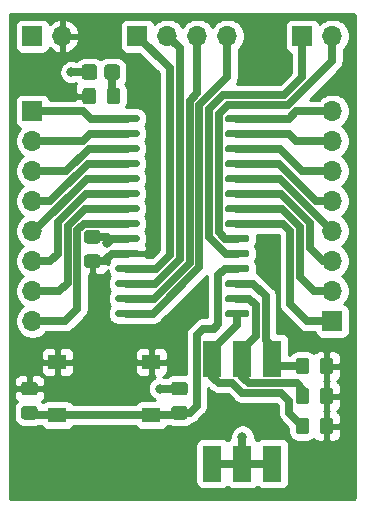
<source format=gbr>
%TF.GenerationSoftware,KiCad,Pcbnew,(5.1.6)-1*%
%TF.CreationDate,2021-04-07T17:56:13+02:00*%
%TF.ProjectId,port_expander,706f7274-5f65-4787-9061-6e6465722e6b,rev?*%
%TF.SameCoordinates,Original*%
%TF.FileFunction,Copper,L1,Top*%
%TF.FilePolarity,Positive*%
%FSLAX46Y46*%
G04 Gerber Fmt 4.6, Leading zero omitted, Abs format (unit mm)*
G04 Created by KiCad (PCBNEW (5.1.6)-1) date 2021-04-07 17:56:13*
%MOMM*%
%LPD*%
G01*
G04 APERTURE LIST*
%TA.AperFunction,ComponentPad*%
%ADD10R,1.700000X1.700000*%
%TD*%
%TA.AperFunction,ComponentPad*%
%ADD11O,1.700000X1.700000*%
%TD*%
%TA.AperFunction,SMDPad,CuDef*%
%ADD12R,1.550000X1.300000*%
%TD*%
%TA.AperFunction,SMDPad,CuDef*%
%ADD13R,1.600000X3.100000*%
%TD*%
%TA.AperFunction,ViaPad*%
%ADD14C,0.800000*%
%TD*%
%TA.AperFunction,Conductor*%
%ADD15C,0.635000*%
%TD*%
%TA.AperFunction,Conductor*%
%ADD16C,0.254000*%
%TD*%
G04 APERTURE END LIST*
%TO.P,C1,2*%
%TO.N,+5V*%
%TA.AperFunction,SMDPad,CuDef*%
G36*
G01*
X119830001Y-65835000D02*
X118929999Y-65835000D01*
G75*
G02*
X118680000Y-65585001I0J249999D01*
G01*
X118680000Y-64934999D01*
G75*
G02*
X118929999Y-64685000I249999J0D01*
G01*
X119830001Y-64685000D01*
G75*
G02*
X120080000Y-64934999I0J-249999D01*
G01*
X120080000Y-65585001D01*
G75*
G02*
X119830001Y-65835000I-249999J0D01*
G01*
G37*
%TD.AperFunction*%
%TO.P,C1,1*%
%TO.N,GND*%
%TA.AperFunction,SMDPad,CuDef*%
G36*
G01*
X119830001Y-67885000D02*
X118929999Y-67885000D01*
G75*
G02*
X118680000Y-67635001I0J249999D01*
G01*
X118680000Y-66984999D01*
G75*
G02*
X118929999Y-66735000I249999J0D01*
G01*
X119830001Y-66735000D01*
G75*
G02*
X120080000Y-66984999I0J-249999D01*
G01*
X120080000Y-67635001D01*
G75*
G02*
X119830001Y-67885000I-249999J0D01*
G01*
G37*
%TD.AperFunction*%
%TD*%
%TO.P,C2,1*%
%TO.N,~rst*%
%TA.AperFunction,SMDPad,CuDef*%
G36*
G01*
X114496001Y-80730000D02*
X113595999Y-80730000D01*
G75*
G02*
X113346000Y-80480001I0J249999D01*
G01*
X113346000Y-79829999D01*
G75*
G02*
X113595999Y-79580000I249999J0D01*
G01*
X114496001Y-79580000D01*
G75*
G02*
X114746000Y-79829999I0J-249999D01*
G01*
X114746000Y-80480001D01*
G75*
G02*
X114496001Y-80730000I-249999J0D01*
G01*
G37*
%TD.AperFunction*%
%TO.P,C2,2*%
%TO.N,GND*%
%TA.AperFunction,SMDPad,CuDef*%
G36*
G01*
X114496001Y-78680000D02*
X113595999Y-78680000D01*
G75*
G02*
X113346000Y-78430001I0J249999D01*
G01*
X113346000Y-77779999D01*
G75*
G02*
X113595999Y-77530000I249999J0D01*
G01*
X114496001Y-77530000D01*
G75*
G02*
X114746000Y-77779999I0J-249999D01*
G01*
X114746000Y-78430001D01*
G75*
G02*
X114496001Y-78680000I-249999J0D01*
G01*
G37*
%TD.AperFunction*%
%TD*%
%TO.P,D1,1*%
%TO.N,Net-(D1-Pad1)*%
%TA.AperFunction,SMDPad,CuDef*%
G36*
G01*
X121713500Y-50908000D02*
X121713500Y-51708000D01*
G75*
G02*
X121463500Y-51958000I-250000J0D01*
G01*
X120638500Y-51958000D01*
G75*
G02*
X120388500Y-51708000I0J250000D01*
G01*
X120388500Y-50908000D01*
G75*
G02*
X120638500Y-50658000I250000J0D01*
G01*
X121463500Y-50658000D01*
G75*
G02*
X121713500Y-50908000I0J-250000D01*
G01*
G37*
%TD.AperFunction*%
%TO.P,D1,2*%
%TO.N,+5V*%
%TA.AperFunction,SMDPad,CuDef*%
G36*
G01*
X119788500Y-50908000D02*
X119788500Y-51708000D01*
G75*
G02*
X119538500Y-51958000I-250000J0D01*
G01*
X118713500Y-51958000D01*
G75*
G02*
X118463500Y-51708000I0J250000D01*
G01*
X118463500Y-50908000D01*
G75*
G02*
X118713500Y-50658000I250000J0D01*
G01*
X119538500Y-50658000D01*
G75*
G02*
X119788500Y-50908000I0J-250000D01*
G01*
G37*
%TD.AperFunction*%
%TD*%
D10*
%TO.P,J1,1*%
%TO.N,gpa0*%
X139700000Y-72390000D03*
D11*
%TO.P,J1,2*%
%TO.N,gpa1*%
X139700000Y-69850000D03*
%TO.P,J1,3*%
%TO.N,gpa2*%
X139700000Y-67310000D03*
%TO.P,J1,4*%
%TO.N,gpa3*%
X139700000Y-64770000D03*
%TO.P,J1,5*%
%TO.N,gpa4*%
X139700000Y-62230000D03*
%TO.P,J1,6*%
%TO.N,gpa5*%
X139700000Y-59690000D03*
%TO.P,J1,7*%
%TO.N,gpa6*%
X139700000Y-57150000D03*
%TO.P,J1,8*%
%TO.N,gpa7*%
X139700000Y-54610000D03*
%TD*%
%TO.P,J2,8*%
%TO.N,gpb7*%
X114300000Y-72390000D03*
%TO.P,J2,7*%
%TO.N,gpb6*%
X114300000Y-69850000D03*
%TO.P,J2,6*%
%TO.N,gpb5*%
X114300000Y-67310000D03*
%TO.P,J2,5*%
%TO.N,gpb4*%
X114300000Y-64770000D03*
%TO.P,J2,4*%
%TO.N,gpb3*%
X114300000Y-62230000D03*
%TO.P,J2,3*%
%TO.N,gpb2*%
X114300000Y-59690000D03*
%TO.P,J2,2*%
%TO.N,gpb1*%
X114300000Y-57150000D03*
D10*
%TO.P,J2,1*%
%TO.N,gpb0*%
X114300000Y-54610000D03*
%TD*%
%TO.P,J3,1*%
%TO.N,intb*%
X137160000Y-48260000D03*
D11*
%TO.P,J3,2*%
%TO.N,inta*%
X139700000Y-48260000D03*
%TD*%
D10*
%TO.P,J4,1*%
%TO.N,~cs*%
X123190000Y-48260000D03*
D11*
%TO.P,J4,2*%
%TO.N,sck*%
X125730000Y-48260000D03*
%TO.P,J4,3*%
%TO.N,mosi*%
X128270000Y-48260000D03*
%TO.P,J4,4*%
%TO.N,miso*%
X130810000Y-48260000D03*
%TD*%
%TO.P,R1,1*%
%TO.N,Net-(D1-Pad1)*%
%TA.AperFunction,SMDPad,CuDef*%
G36*
G01*
X121733000Y-52889999D02*
X121733000Y-53790001D01*
G75*
G02*
X121483001Y-54040000I-249999J0D01*
G01*
X120832999Y-54040000D01*
G75*
G02*
X120583000Y-53790001I0J249999D01*
G01*
X120583000Y-52889999D01*
G75*
G02*
X120832999Y-52640000I249999J0D01*
G01*
X121483001Y-52640000D01*
G75*
G02*
X121733000Y-52889999I0J-249999D01*
G01*
G37*
%TD.AperFunction*%
%TO.P,R1,2*%
%TO.N,GND*%
%TA.AperFunction,SMDPad,CuDef*%
G36*
G01*
X119683000Y-52889999D02*
X119683000Y-53790001D01*
G75*
G02*
X119433001Y-54040000I-249999J0D01*
G01*
X118782999Y-54040000D01*
G75*
G02*
X118533000Y-53790001I0J249999D01*
G01*
X118533000Y-52889999D01*
G75*
G02*
X118782999Y-52640000I249999J0D01*
G01*
X119433001Y-52640000D01*
G75*
G02*
X119683000Y-52889999I0J-249999D01*
G01*
G37*
%TD.AperFunction*%
%TD*%
%TO.P,R2,1*%
%TO.N,a2*%
%TA.AperFunction,SMDPad,CuDef*%
G36*
G01*
X136585000Y-76650001D02*
X136585000Y-75749999D01*
G75*
G02*
X136834999Y-75500000I249999J0D01*
G01*
X137485001Y-75500000D01*
G75*
G02*
X137735000Y-75749999I0J-249999D01*
G01*
X137735000Y-76650001D01*
G75*
G02*
X137485001Y-76900000I-249999J0D01*
G01*
X136834999Y-76900000D01*
G75*
G02*
X136585000Y-76650001I0J249999D01*
G01*
G37*
%TD.AperFunction*%
%TO.P,R2,2*%
%TO.N,GND*%
%TA.AperFunction,SMDPad,CuDef*%
G36*
G01*
X138635000Y-76650001D02*
X138635000Y-75749999D01*
G75*
G02*
X138884999Y-75500000I249999J0D01*
G01*
X139535001Y-75500000D01*
G75*
G02*
X139785000Y-75749999I0J-249999D01*
G01*
X139785000Y-76650001D01*
G75*
G02*
X139535001Y-76900000I-249999J0D01*
G01*
X138884999Y-76900000D01*
G75*
G02*
X138635000Y-76650001I0J249999D01*
G01*
G37*
%TD.AperFunction*%
%TD*%
%TO.P,R3,2*%
%TO.N,GND*%
%TA.AperFunction,SMDPad,CuDef*%
G36*
G01*
X138635000Y-79190001D02*
X138635000Y-78289999D01*
G75*
G02*
X138884999Y-78040000I249999J0D01*
G01*
X139535001Y-78040000D01*
G75*
G02*
X139785000Y-78289999I0J-249999D01*
G01*
X139785000Y-79190001D01*
G75*
G02*
X139535001Y-79440000I-249999J0D01*
G01*
X138884999Y-79440000D01*
G75*
G02*
X138635000Y-79190001I0J249999D01*
G01*
G37*
%TD.AperFunction*%
%TO.P,R3,1*%
%TO.N,a1*%
%TA.AperFunction,SMDPad,CuDef*%
G36*
G01*
X136585000Y-79190001D02*
X136585000Y-78289999D01*
G75*
G02*
X136834999Y-78040000I249999J0D01*
G01*
X137485001Y-78040000D01*
G75*
G02*
X137735000Y-78289999I0J-249999D01*
G01*
X137735000Y-79190001D01*
G75*
G02*
X137485001Y-79440000I-249999J0D01*
G01*
X136834999Y-79440000D01*
G75*
G02*
X136585000Y-79190001I0J249999D01*
G01*
G37*
%TD.AperFunction*%
%TD*%
%TO.P,R4,2*%
%TO.N,~rst*%
%TA.AperFunction,SMDPad,CuDef*%
G36*
G01*
X126295999Y-79580000D02*
X127196001Y-79580000D01*
G75*
G02*
X127446000Y-79829999I0J-249999D01*
G01*
X127446000Y-80480001D01*
G75*
G02*
X127196001Y-80730000I-249999J0D01*
G01*
X126295999Y-80730000D01*
G75*
G02*
X126046000Y-80480001I0J249999D01*
G01*
X126046000Y-79829999D01*
G75*
G02*
X126295999Y-79580000I249999J0D01*
G01*
G37*
%TD.AperFunction*%
%TO.P,R4,1*%
%TO.N,+5V*%
%TA.AperFunction,SMDPad,CuDef*%
G36*
G01*
X126295999Y-77530000D02*
X127196001Y-77530000D01*
G75*
G02*
X127446000Y-77779999I0J-249999D01*
G01*
X127446000Y-78430001D01*
G75*
G02*
X127196001Y-78680000I-249999J0D01*
G01*
X126295999Y-78680000D01*
G75*
G02*
X126046000Y-78430001I0J249999D01*
G01*
X126046000Y-77779999D01*
G75*
G02*
X126295999Y-77530000I249999J0D01*
G01*
G37*
%TD.AperFunction*%
%TD*%
%TO.P,R5,1*%
%TO.N,a0*%
%TA.AperFunction,SMDPad,CuDef*%
G36*
G01*
X136585000Y-81730001D02*
X136585000Y-80829999D01*
G75*
G02*
X136834999Y-80580000I249999J0D01*
G01*
X137485001Y-80580000D01*
G75*
G02*
X137735000Y-80829999I0J-249999D01*
G01*
X137735000Y-81730001D01*
G75*
G02*
X137485001Y-81980000I-249999J0D01*
G01*
X136834999Y-81980000D01*
G75*
G02*
X136585000Y-81730001I0J249999D01*
G01*
G37*
%TD.AperFunction*%
%TO.P,R5,2*%
%TO.N,GND*%
%TA.AperFunction,SMDPad,CuDef*%
G36*
G01*
X138635000Y-81730001D02*
X138635000Y-80829999D01*
G75*
G02*
X138884999Y-80580000I249999J0D01*
G01*
X139535001Y-80580000D01*
G75*
G02*
X139785000Y-80829999I0J-249999D01*
G01*
X139785000Y-81730001D01*
G75*
G02*
X139535001Y-81980000I-249999J0D01*
G01*
X138884999Y-81980000D01*
G75*
G02*
X138635000Y-81730001I0J249999D01*
G01*
G37*
%TD.AperFunction*%
%TD*%
D12*
%TO.P,RST,2*%
%TO.N,GND*%
X124371000Y-75855000D03*
%TO.P,RST,1*%
%TO.N,~rst*%
X124371000Y-80355000D03*
X116421000Y-80355000D03*
%TO.P,RST,2*%
%TO.N,GND*%
X116421000Y-75855000D03*
%TD*%
D13*
%TO.P,SW2,1*%
%TO.N,a2*%
X134620000Y-75565000D03*
%TO.P,SW2,4*%
%TO.N,+5V*%
X129540000Y-84455000D03*
%TO.P,SW2,2*%
%TO.N,a1*%
X132080000Y-75565000D03*
%TO.P,SW2,5*%
%TO.N,+5V*%
X132080000Y-84455000D03*
%TO.P,SW2,3*%
%TO.N,a0*%
X129540000Y-75565000D03*
%TO.P,SW2,6*%
%TO.N,+5V*%
X134620000Y-84455000D03*
%TD*%
%TO.P,U1,1*%
%TO.N,gpb0*%
%TA.AperFunction,SMDPad,CuDef*%
G36*
G01*
X121325000Y-55395000D02*
X121325000Y-55095000D01*
G75*
G02*
X121475000Y-54945000I150000J0D01*
G01*
X123225000Y-54945000D01*
G75*
G02*
X123375000Y-55095000I0J-150000D01*
G01*
X123375000Y-55395000D01*
G75*
G02*
X123225000Y-55545000I-150000J0D01*
G01*
X121475000Y-55545000D01*
G75*
G02*
X121325000Y-55395000I0J150000D01*
G01*
G37*
%TD.AperFunction*%
%TO.P,U1,2*%
%TO.N,gpb1*%
%TA.AperFunction,SMDPad,CuDef*%
G36*
G01*
X121325000Y-56665000D02*
X121325000Y-56365000D01*
G75*
G02*
X121475000Y-56215000I150000J0D01*
G01*
X123225000Y-56215000D01*
G75*
G02*
X123375000Y-56365000I0J-150000D01*
G01*
X123375000Y-56665000D01*
G75*
G02*
X123225000Y-56815000I-150000J0D01*
G01*
X121475000Y-56815000D01*
G75*
G02*
X121325000Y-56665000I0J150000D01*
G01*
G37*
%TD.AperFunction*%
%TO.P,U1,3*%
%TO.N,gpb2*%
%TA.AperFunction,SMDPad,CuDef*%
G36*
G01*
X121325000Y-57935000D02*
X121325000Y-57635000D01*
G75*
G02*
X121475000Y-57485000I150000J0D01*
G01*
X123225000Y-57485000D01*
G75*
G02*
X123375000Y-57635000I0J-150000D01*
G01*
X123375000Y-57935000D01*
G75*
G02*
X123225000Y-58085000I-150000J0D01*
G01*
X121475000Y-58085000D01*
G75*
G02*
X121325000Y-57935000I0J150000D01*
G01*
G37*
%TD.AperFunction*%
%TO.P,U1,4*%
%TO.N,gpb3*%
%TA.AperFunction,SMDPad,CuDef*%
G36*
G01*
X121325000Y-59205000D02*
X121325000Y-58905000D01*
G75*
G02*
X121475000Y-58755000I150000J0D01*
G01*
X123225000Y-58755000D01*
G75*
G02*
X123375000Y-58905000I0J-150000D01*
G01*
X123375000Y-59205000D01*
G75*
G02*
X123225000Y-59355000I-150000J0D01*
G01*
X121475000Y-59355000D01*
G75*
G02*
X121325000Y-59205000I0J150000D01*
G01*
G37*
%TD.AperFunction*%
%TO.P,U1,5*%
%TO.N,gpb4*%
%TA.AperFunction,SMDPad,CuDef*%
G36*
G01*
X121325000Y-60475000D02*
X121325000Y-60175000D01*
G75*
G02*
X121475000Y-60025000I150000J0D01*
G01*
X123225000Y-60025000D01*
G75*
G02*
X123375000Y-60175000I0J-150000D01*
G01*
X123375000Y-60475000D01*
G75*
G02*
X123225000Y-60625000I-150000J0D01*
G01*
X121475000Y-60625000D01*
G75*
G02*
X121325000Y-60475000I0J150000D01*
G01*
G37*
%TD.AperFunction*%
%TO.P,U1,6*%
%TO.N,gpb5*%
%TA.AperFunction,SMDPad,CuDef*%
G36*
G01*
X121325000Y-61745000D02*
X121325000Y-61445000D01*
G75*
G02*
X121475000Y-61295000I150000J0D01*
G01*
X123225000Y-61295000D01*
G75*
G02*
X123375000Y-61445000I0J-150000D01*
G01*
X123375000Y-61745000D01*
G75*
G02*
X123225000Y-61895000I-150000J0D01*
G01*
X121475000Y-61895000D01*
G75*
G02*
X121325000Y-61745000I0J150000D01*
G01*
G37*
%TD.AperFunction*%
%TO.P,U1,7*%
%TO.N,gpb6*%
%TA.AperFunction,SMDPad,CuDef*%
G36*
G01*
X121325000Y-63015000D02*
X121325000Y-62715000D01*
G75*
G02*
X121475000Y-62565000I150000J0D01*
G01*
X123225000Y-62565000D01*
G75*
G02*
X123375000Y-62715000I0J-150000D01*
G01*
X123375000Y-63015000D01*
G75*
G02*
X123225000Y-63165000I-150000J0D01*
G01*
X121475000Y-63165000D01*
G75*
G02*
X121325000Y-63015000I0J150000D01*
G01*
G37*
%TD.AperFunction*%
%TO.P,U1,8*%
%TO.N,gpb7*%
%TA.AperFunction,SMDPad,CuDef*%
G36*
G01*
X121325000Y-64285000D02*
X121325000Y-63985000D01*
G75*
G02*
X121475000Y-63835000I150000J0D01*
G01*
X123225000Y-63835000D01*
G75*
G02*
X123375000Y-63985000I0J-150000D01*
G01*
X123375000Y-64285000D01*
G75*
G02*
X123225000Y-64435000I-150000J0D01*
G01*
X121475000Y-64435000D01*
G75*
G02*
X121325000Y-64285000I0J150000D01*
G01*
G37*
%TD.AperFunction*%
%TO.P,U1,9*%
%TO.N,+5V*%
%TA.AperFunction,SMDPad,CuDef*%
G36*
G01*
X121325000Y-65555000D02*
X121325000Y-65255000D01*
G75*
G02*
X121475000Y-65105000I150000J0D01*
G01*
X123225000Y-65105000D01*
G75*
G02*
X123375000Y-65255000I0J-150000D01*
G01*
X123375000Y-65555000D01*
G75*
G02*
X123225000Y-65705000I-150000J0D01*
G01*
X121475000Y-65705000D01*
G75*
G02*
X121325000Y-65555000I0J150000D01*
G01*
G37*
%TD.AperFunction*%
%TO.P,U1,10*%
%TO.N,GND*%
%TA.AperFunction,SMDPad,CuDef*%
G36*
G01*
X121325000Y-66825000D02*
X121325000Y-66525000D01*
G75*
G02*
X121475000Y-66375000I150000J0D01*
G01*
X123225000Y-66375000D01*
G75*
G02*
X123375000Y-66525000I0J-150000D01*
G01*
X123375000Y-66825000D01*
G75*
G02*
X123225000Y-66975000I-150000J0D01*
G01*
X121475000Y-66975000D01*
G75*
G02*
X121325000Y-66825000I0J150000D01*
G01*
G37*
%TD.AperFunction*%
%TO.P,U1,11*%
%TO.N,~cs*%
%TA.AperFunction,SMDPad,CuDef*%
G36*
G01*
X121325000Y-68095000D02*
X121325000Y-67795000D01*
G75*
G02*
X121475000Y-67645000I150000J0D01*
G01*
X123225000Y-67645000D01*
G75*
G02*
X123375000Y-67795000I0J-150000D01*
G01*
X123375000Y-68095000D01*
G75*
G02*
X123225000Y-68245000I-150000J0D01*
G01*
X121475000Y-68245000D01*
G75*
G02*
X121325000Y-68095000I0J150000D01*
G01*
G37*
%TD.AperFunction*%
%TO.P,U1,12*%
%TO.N,sck*%
%TA.AperFunction,SMDPad,CuDef*%
G36*
G01*
X121325000Y-69365000D02*
X121325000Y-69065000D01*
G75*
G02*
X121475000Y-68915000I150000J0D01*
G01*
X123225000Y-68915000D01*
G75*
G02*
X123375000Y-69065000I0J-150000D01*
G01*
X123375000Y-69365000D01*
G75*
G02*
X123225000Y-69515000I-150000J0D01*
G01*
X121475000Y-69515000D01*
G75*
G02*
X121325000Y-69365000I0J150000D01*
G01*
G37*
%TD.AperFunction*%
%TO.P,U1,13*%
%TO.N,mosi*%
%TA.AperFunction,SMDPad,CuDef*%
G36*
G01*
X121325000Y-70635000D02*
X121325000Y-70335000D01*
G75*
G02*
X121475000Y-70185000I150000J0D01*
G01*
X123225000Y-70185000D01*
G75*
G02*
X123375000Y-70335000I0J-150000D01*
G01*
X123375000Y-70635000D01*
G75*
G02*
X123225000Y-70785000I-150000J0D01*
G01*
X121475000Y-70785000D01*
G75*
G02*
X121325000Y-70635000I0J150000D01*
G01*
G37*
%TD.AperFunction*%
%TO.P,U1,14*%
%TO.N,miso*%
%TA.AperFunction,SMDPad,CuDef*%
G36*
G01*
X121325000Y-71905000D02*
X121325000Y-71605000D01*
G75*
G02*
X121475000Y-71455000I150000J0D01*
G01*
X123225000Y-71455000D01*
G75*
G02*
X123375000Y-71605000I0J-150000D01*
G01*
X123375000Y-71905000D01*
G75*
G02*
X123225000Y-72055000I-150000J0D01*
G01*
X121475000Y-72055000D01*
G75*
G02*
X121325000Y-71905000I0J150000D01*
G01*
G37*
%TD.AperFunction*%
%TO.P,U1,15*%
%TO.N,a0*%
%TA.AperFunction,SMDPad,CuDef*%
G36*
G01*
X130625000Y-71905000D02*
X130625000Y-71605000D01*
G75*
G02*
X130775000Y-71455000I150000J0D01*
G01*
X132525000Y-71455000D01*
G75*
G02*
X132675000Y-71605000I0J-150000D01*
G01*
X132675000Y-71905000D01*
G75*
G02*
X132525000Y-72055000I-150000J0D01*
G01*
X130775000Y-72055000D01*
G75*
G02*
X130625000Y-71905000I0J150000D01*
G01*
G37*
%TD.AperFunction*%
%TO.P,U1,16*%
%TO.N,a1*%
%TA.AperFunction,SMDPad,CuDef*%
G36*
G01*
X130625000Y-70635000D02*
X130625000Y-70335000D01*
G75*
G02*
X130775000Y-70185000I150000J0D01*
G01*
X132525000Y-70185000D01*
G75*
G02*
X132675000Y-70335000I0J-150000D01*
G01*
X132675000Y-70635000D01*
G75*
G02*
X132525000Y-70785000I-150000J0D01*
G01*
X130775000Y-70785000D01*
G75*
G02*
X130625000Y-70635000I0J150000D01*
G01*
G37*
%TD.AperFunction*%
%TO.P,U1,17*%
%TO.N,a2*%
%TA.AperFunction,SMDPad,CuDef*%
G36*
G01*
X130625000Y-69365000D02*
X130625000Y-69065000D01*
G75*
G02*
X130775000Y-68915000I150000J0D01*
G01*
X132525000Y-68915000D01*
G75*
G02*
X132675000Y-69065000I0J-150000D01*
G01*
X132675000Y-69365000D01*
G75*
G02*
X132525000Y-69515000I-150000J0D01*
G01*
X130775000Y-69515000D01*
G75*
G02*
X130625000Y-69365000I0J150000D01*
G01*
G37*
%TD.AperFunction*%
%TO.P,U1,18*%
%TO.N,~rst*%
%TA.AperFunction,SMDPad,CuDef*%
G36*
G01*
X130625000Y-68095000D02*
X130625000Y-67795000D01*
G75*
G02*
X130775000Y-67645000I150000J0D01*
G01*
X132525000Y-67645000D01*
G75*
G02*
X132675000Y-67795000I0J-150000D01*
G01*
X132675000Y-68095000D01*
G75*
G02*
X132525000Y-68245000I-150000J0D01*
G01*
X130775000Y-68245000D01*
G75*
G02*
X130625000Y-68095000I0J150000D01*
G01*
G37*
%TD.AperFunction*%
%TO.P,U1,19*%
%TO.N,intb*%
%TA.AperFunction,SMDPad,CuDef*%
G36*
G01*
X130625000Y-66825000D02*
X130625000Y-66525000D01*
G75*
G02*
X130775000Y-66375000I150000J0D01*
G01*
X132525000Y-66375000D01*
G75*
G02*
X132675000Y-66525000I0J-150000D01*
G01*
X132675000Y-66825000D01*
G75*
G02*
X132525000Y-66975000I-150000J0D01*
G01*
X130775000Y-66975000D01*
G75*
G02*
X130625000Y-66825000I0J150000D01*
G01*
G37*
%TD.AperFunction*%
%TO.P,U1,20*%
%TO.N,inta*%
%TA.AperFunction,SMDPad,CuDef*%
G36*
G01*
X130625000Y-65555000D02*
X130625000Y-65255000D01*
G75*
G02*
X130775000Y-65105000I150000J0D01*
G01*
X132525000Y-65105000D01*
G75*
G02*
X132675000Y-65255000I0J-150000D01*
G01*
X132675000Y-65555000D01*
G75*
G02*
X132525000Y-65705000I-150000J0D01*
G01*
X130775000Y-65705000D01*
G75*
G02*
X130625000Y-65555000I0J150000D01*
G01*
G37*
%TD.AperFunction*%
%TO.P,U1,21*%
%TO.N,gpa0*%
%TA.AperFunction,SMDPad,CuDef*%
G36*
G01*
X130625000Y-64285000D02*
X130625000Y-63985000D01*
G75*
G02*
X130775000Y-63835000I150000J0D01*
G01*
X132525000Y-63835000D01*
G75*
G02*
X132675000Y-63985000I0J-150000D01*
G01*
X132675000Y-64285000D01*
G75*
G02*
X132525000Y-64435000I-150000J0D01*
G01*
X130775000Y-64435000D01*
G75*
G02*
X130625000Y-64285000I0J150000D01*
G01*
G37*
%TD.AperFunction*%
%TO.P,U1,22*%
%TO.N,gpa1*%
%TA.AperFunction,SMDPad,CuDef*%
G36*
G01*
X130625000Y-63015000D02*
X130625000Y-62715000D01*
G75*
G02*
X130775000Y-62565000I150000J0D01*
G01*
X132525000Y-62565000D01*
G75*
G02*
X132675000Y-62715000I0J-150000D01*
G01*
X132675000Y-63015000D01*
G75*
G02*
X132525000Y-63165000I-150000J0D01*
G01*
X130775000Y-63165000D01*
G75*
G02*
X130625000Y-63015000I0J150000D01*
G01*
G37*
%TD.AperFunction*%
%TO.P,U1,23*%
%TO.N,gpa2*%
%TA.AperFunction,SMDPad,CuDef*%
G36*
G01*
X130625000Y-61745000D02*
X130625000Y-61445000D01*
G75*
G02*
X130775000Y-61295000I150000J0D01*
G01*
X132525000Y-61295000D01*
G75*
G02*
X132675000Y-61445000I0J-150000D01*
G01*
X132675000Y-61745000D01*
G75*
G02*
X132525000Y-61895000I-150000J0D01*
G01*
X130775000Y-61895000D01*
G75*
G02*
X130625000Y-61745000I0J150000D01*
G01*
G37*
%TD.AperFunction*%
%TO.P,U1,24*%
%TO.N,gpa3*%
%TA.AperFunction,SMDPad,CuDef*%
G36*
G01*
X130625000Y-60475000D02*
X130625000Y-60175000D01*
G75*
G02*
X130775000Y-60025000I150000J0D01*
G01*
X132525000Y-60025000D01*
G75*
G02*
X132675000Y-60175000I0J-150000D01*
G01*
X132675000Y-60475000D01*
G75*
G02*
X132525000Y-60625000I-150000J0D01*
G01*
X130775000Y-60625000D01*
G75*
G02*
X130625000Y-60475000I0J150000D01*
G01*
G37*
%TD.AperFunction*%
%TO.P,U1,25*%
%TO.N,gpa4*%
%TA.AperFunction,SMDPad,CuDef*%
G36*
G01*
X130625000Y-59205000D02*
X130625000Y-58905000D01*
G75*
G02*
X130775000Y-58755000I150000J0D01*
G01*
X132525000Y-58755000D01*
G75*
G02*
X132675000Y-58905000I0J-150000D01*
G01*
X132675000Y-59205000D01*
G75*
G02*
X132525000Y-59355000I-150000J0D01*
G01*
X130775000Y-59355000D01*
G75*
G02*
X130625000Y-59205000I0J150000D01*
G01*
G37*
%TD.AperFunction*%
%TO.P,U1,26*%
%TO.N,gpa5*%
%TA.AperFunction,SMDPad,CuDef*%
G36*
G01*
X130625000Y-57935000D02*
X130625000Y-57635000D01*
G75*
G02*
X130775000Y-57485000I150000J0D01*
G01*
X132525000Y-57485000D01*
G75*
G02*
X132675000Y-57635000I0J-150000D01*
G01*
X132675000Y-57935000D01*
G75*
G02*
X132525000Y-58085000I-150000J0D01*
G01*
X130775000Y-58085000D01*
G75*
G02*
X130625000Y-57935000I0J150000D01*
G01*
G37*
%TD.AperFunction*%
%TO.P,U1,27*%
%TO.N,gpa6*%
%TA.AperFunction,SMDPad,CuDef*%
G36*
G01*
X130625000Y-56665000D02*
X130625000Y-56365000D01*
G75*
G02*
X130775000Y-56215000I150000J0D01*
G01*
X132525000Y-56215000D01*
G75*
G02*
X132675000Y-56365000I0J-150000D01*
G01*
X132675000Y-56665000D01*
G75*
G02*
X132525000Y-56815000I-150000J0D01*
G01*
X130775000Y-56815000D01*
G75*
G02*
X130625000Y-56665000I0J150000D01*
G01*
G37*
%TD.AperFunction*%
%TO.P,U1,28*%
%TO.N,gpa7*%
%TA.AperFunction,SMDPad,CuDef*%
G36*
G01*
X130625000Y-55395000D02*
X130625000Y-55095000D01*
G75*
G02*
X130775000Y-54945000I150000J0D01*
G01*
X132525000Y-54945000D01*
G75*
G02*
X132675000Y-55095000I0J-150000D01*
G01*
X132675000Y-55395000D01*
G75*
G02*
X132525000Y-55545000I-150000J0D01*
G01*
X130775000Y-55545000D01*
G75*
G02*
X130625000Y-55395000I0J150000D01*
G01*
G37*
%TD.AperFunction*%
%TD*%
D10*
%TO.P,J5,1*%
%TO.N,+5V*%
X114300000Y-48260000D03*
D11*
%TO.P,J5,2*%
%TO.N,GND*%
X116840000Y-48260000D03*
%TD*%
D14*
%TO.N,+5V*%
X120650000Y-65786000D03*
X125095000Y-78105000D03*
X132080000Y-82169000D03*
X117602000Y-51308000D03*
%TD*%
D15*
%TO.N,+5V*%
X122350000Y-65405000D02*
X120777000Y-65405000D01*
X120632000Y-65260000D02*
X119380000Y-65260000D01*
X120777000Y-65405000D02*
X120632000Y-65260000D01*
X120777000Y-65405000D02*
X120777000Y-65659000D01*
X120777000Y-65659000D02*
X120650000Y-65786000D01*
X126746000Y-78105000D02*
X125095000Y-78105000D01*
X129540000Y-84455000D02*
X132080000Y-84455000D01*
X134620000Y-84455000D02*
X132080000Y-84455000D01*
X132080000Y-84455000D02*
X132080000Y-82169000D01*
X119126000Y-51308000D02*
X117602000Y-51308000D01*
%TO.N,GND*%
X122350000Y-66675000D02*
X121031000Y-66675000D01*
X120396000Y-67310000D02*
X119380000Y-67310000D01*
X121031000Y-66675000D02*
X120396000Y-67310000D01*
%TO.N,~rst*%
X114246000Y-80355000D02*
X114046000Y-80155000D01*
X116421000Y-80355000D02*
X114246000Y-80355000D01*
X126546000Y-80355000D02*
X126746000Y-80155000D01*
X124371000Y-80355000D02*
X126546000Y-80355000D01*
X124371000Y-80355000D02*
X116421000Y-80355000D01*
X130625000Y-67945000D02*
X131650000Y-67945000D01*
X129667000Y-73025000D02*
X130048000Y-72644000D01*
X128778000Y-73025000D02*
X129667000Y-73025000D01*
X130048000Y-72644000D02*
X130048000Y-68522000D01*
X127617000Y-80155000D02*
X128222499Y-79549501D01*
X130048000Y-68522000D02*
X130625000Y-67945000D01*
X128417498Y-73385502D02*
X128778000Y-73025000D01*
X126746000Y-80155000D02*
X127617000Y-80155000D01*
X128222499Y-79549501D02*
X128222499Y-73600999D01*
X128222499Y-73600999D02*
X128417498Y-73406000D01*
X128417498Y-73406000D02*
X128417498Y-73385502D01*
%TO.N,gpa0*%
X131650000Y-64135000D02*
X135522354Y-64135000D01*
X136124980Y-64737626D02*
X136124980Y-70973980D01*
X135522354Y-64135000D02*
X136124980Y-64737626D01*
X137541000Y-72390000D02*
X139700000Y-72390000D01*
X136124980Y-70973980D02*
X137541000Y-72390000D01*
%TO.N,gpa1*%
X131650000Y-62865000D02*
X135433236Y-62865000D01*
X136959990Y-64391754D02*
X136959990Y-68633990D01*
X135433236Y-62865000D02*
X136959990Y-64391754D01*
X138176000Y-69850000D02*
X139700000Y-69850000D01*
X136959990Y-68633990D02*
X138176000Y-69850000D01*
%TO.N,gpa2*%
X131650000Y-61595000D02*
X135344118Y-61595000D01*
X135344118Y-61595000D02*
X137795000Y-64045882D01*
X137795000Y-64045882D02*
X137795000Y-66167000D01*
X138938000Y-67310000D02*
X139700000Y-67310000D01*
X137795000Y-66167000D02*
X138938000Y-67310000D01*
%TO.N,gpa3*%
X135255000Y-60325000D02*
X139700000Y-64770000D01*
X131650000Y-60325000D02*
X135255000Y-60325000D01*
%TO.N,gpa4*%
X131650000Y-59055000D02*
X135165882Y-59055000D01*
X138340882Y-62230000D02*
X139700000Y-62230000D01*
X135165882Y-59055000D02*
X138340882Y-62230000D01*
%TO.N,gpa5*%
X131650000Y-57785000D02*
X135255000Y-57785000D01*
X137160000Y-59690000D02*
X139700000Y-59690000D01*
X135255000Y-57785000D02*
X137160000Y-59690000D01*
%TO.N,gpa6*%
X136652000Y-57150000D02*
X139700000Y-57150000D01*
X136017000Y-56515000D02*
X136652000Y-57150000D01*
X131650000Y-56515000D02*
X136017000Y-56515000D01*
%TO.N,gpa7*%
X136652000Y-54610000D02*
X139700000Y-54610000D01*
X136017000Y-55245000D02*
X136652000Y-54610000D01*
X131650000Y-55245000D02*
X136017000Y-55245000D01*
%TO.N,gpb7*%
X118110000Y-64669574D02*
X118110000Y-71374000D01*
X118110000Y-71374000D02*
X117094000Y-72390000D01*
X118644574Y-64135000D02*
X118110000Y-64669574D01*
X122350000Y-64135000D02*
X118644574Y-64135000D01*
X117094000Y-72390000D02*
X114300000Y-72390000D01*
%TO.N,gpb6*%
X118733692Y-62865000D02*
X117274990Y-64323702D01*
X122350000Y-62865000D02*
X118733692Y-62865000D01*
X117274990Y-64323702D02*
X117274990Y-69161010D01*
X116586000Y-69850000D02*
X114300000Y-69850000D01*
X117274990Y-69161010D02*
X116586000Y-69850000D01*
%TO.N,gpb5*%
X118822810Y-61595000D02*
X116439980Y-63977830D01*
X122350000Y-61595000D02*
X118822810Y-61595000D01*
X116439980Y-63977830D02*
X116439980Y-66694020D01*
X115824000Y-67310000D02*
X114300000Y-67310000D01*
X116439980Y-66694020D02*
X115824000Y-67310000D01*
%TO.N,gpb4*%
X114466928Y-64770000D02*
X114300000Y-64770000D01*
X118911928Y-60325000D02*
X114466928Y-64770000D01*
X122350000Y-60325000D02*
X118911928Y-60325000D01*
%TO.N,gpb3*%
X122350000Y-59055000D02*
X118999000Y-59055000D01*
X116332000Y-61722000D02*
X116332000Y-61724046D01*
X118999000Y-59055000D02*
X116332000Y-61722000D01*
X115826046Y-62230000D02*
X114300000Y-62230000D01*
X116332000Y-61724046D02*
X115826046Y-62230000D01*
%TO.N,gpb2*%
X122350000Y-57785000D02*
X119088118Y-57785000D01*
X117183118Y-59690000D02*
X114300000Y-59690000D01*
X119088118Y-57785000D02*
X117183118Y-59690000D01*
%TO.N,gpb1*%
X122350000Y-56515000D02*
X119177236Y-56515000D01*
X118542236Y-57150000D02*
X114300000Y-57150000D01*
X119177236Y-56515000D02*
X118542236Y-57150000D01*
%TO.N,gpb0*%
X122350000Y-55245000D02*
X119253000Y-55245000D01*
X118618000Y-54610000D02*
X114300000Y-54610000D01*
X119253000Y-55245000D02*
X118618000Y-54610000D01*
%TO.N,inta*%
X130107490Y-64887490D02*
X130107490Y-54818506D01*
X130107490Y-54818506D02*
X130823996Y-54102000D01*
X131650000Y-65405000D02*
X130625000Y-65405000D01*
X130625000Y-65405000D02*
X130107490Y-64887490D01*
X139700000Y-50381118D02*
X139700000Y-48260000D01*
X134620000Y-54102000D02*
X135979118Y-54102000D01*
X135979118Y-54102000D02*
X139700000Y-50381118D01*
X130823996Y-54102000D02*
X134620000Y-54102000D01*
%TO.N,intb*%
X129272478Y-54472636D02*
X130478124Y-53266990D01*
X131650000Y-66675000D02*
X130714118Y-66675000D01*
X129272478Y-65233359D02*
X129272478Y-54472636D01*
X130714118Y-66675000D02*
X129272478Y-65233359D01*
X130478124Y-53266990D02*
X135633246Y-53266990D01*
X137160000Y-51740236D02*
X137160000Y-48260000D01*
X135633246Y-53266990D02*
X137160000Y-51740236D01*
%TO.N,~cs*%
X122350000Y-67945000D02*
X124789440Y-67945000D01*
X124789440Y-67945000D02*
X125932440Y-66802000D01*
X125932440Y-51002440D02*
X123190000Y-48260000D01*
X125932440Y-66802000D02*
X125932440Y-51002440D01*
%TO.N,sck*%
X126767450Y-49297450D02*
X125730000Y-48260000D01*
X126767450Y-67147872D02*
X126767450Y-49297450D01*
X124700322Y-69215000D02*
X126767450Y-67147872D01*
X122350000Y-69215000D02*
X124700322Y-69215000D01*
%TO.N,mosi*%
X128270000Y-53113350D02*
X128270000Y-48260000D01*
X127602460Y-53780890D02*
X128270000Y-53113350D01*
X127602459Y-67493745D02*
X127602460Y-53780890D01*
X124611204Y-70485000D02*
X127602459Y-67493745D01*
X122350000Y-70485000D02*
X124611204Y-70485000D01*
%TO.N,miso*%
X130810000Y-51754232D02*
X130810000Y-48260000D01*
X128437469Y-54126763D02*
X130810000Y-51754232D01*
X128437469Y-67839617D02*
X128437469Y-54126763D01*
X124522086Y-71755000D02*
X128437469Y-67839617D01*
X122350000Y-71755000D02*
X124522086Y-71755000D01*
%TO.N,a2*%
X135255000Y-76200000D02*
X134620000Y-75565000D01*
X137160000Y-76200000D02*
X135255000Y-76200000D01*
X134620000Y-74549000D02*
X134058010Y-73987010D01*
X134620000Y-75565000D02*
X134620000Y-74549000D01*
X134058010Y-73987010D02*
X134058010Y-70304010D01*
X132969000Y-69215000D02*
X131650000Y-69215000D01*
X134058010Y-70304010D02*
X132969000Y-69215000D01*
%TO.N,a1*%
X137160000Y-78740000D02*
X137160000Y-78105000D01*
X137160000Y-78105000D02*
X136687501Y-77632501D01*
X136687501Y-77632501D02*
X132623501Y-77632501D01*
X132080000Y-77089000D02*
X132080000Y-75565000D01*
X132623501Y-77632501D02*
X132080000Y-77089000D01*
X132080000Y-74823498D02*
X133223000Y-73680498D01*
X132080000Y-75565000D02*
X132080000Y-74823498D01*
X132675000Y-70485000D02*
X131650000Y-70485000D01*
X133223000Y-71033000D02*
X132675000Y-70485000D01*
X133223000Y-73680498D02*
X133223000Y-71033000D01*
%TO.N,a0*%
X129540000Y-77089000D02*
X129540000Y-75565000D01*
X130083501Y-77632501D02*
X129540000Y-77089000D01*
X132061511Y-78467511D02*
X131226501Y-77632501D01*
X135363511Y-78467511D02*
X132061511Y-78467511D01*
X136067490Y-79171490D02*
X135363511Y-78467511D01*
X136067490Y-80187490D02*
X136067490Y-79171490D01*
X131226501Y-77632501D02*
X130083501Y-77632501D01*
X137160000Y-81280000D02*
X136067490Y-80187490D01*
X129540000Y-74823498D02*
X129540000Y-75565000D01*
X131650000Y-71755000D02*
X131650000Y-72713498D01*
X131650000Y-72713498D02*
X129540000Y-74823498D01*
%TO.N,Net-(D1-Pad1)*%
X121051000Y-53233000D02*
X121158000Y-53340000D01*
X121051000Y-51308000D02*
X121051000Y-53233000D01*
%TD*%
D16*
%TO.N,GND*%
G36*
X141497197Y-46385047D02*
G01*
X141515662Y-46390622D01*
X141532694Y-46399678D01*
X141547643Y-46411870D01*
X141559938Y-46426732D01*
X141569111Y-46443696D01*
X141574817Y-46462129D01*
X141580000Y-46511446D01*
X141580001Y-87343712D01*
X141574953Y-87395195D01*
X141569377Y-87413663D01*
X141560322Y-87430693D01*
X141548129Y-87445643D01*
X141533266Y-87457939D01*
X141516303Y-87467111D01*
X141497871Y-87472817D01*
X141448554Y-87478000D01*
X112554277Y-87478000D01*
X112502805Y-87472953D01*
X112484337Y-87467377D01*
X112467307Y-87458322D01*
X112452357Y-87446129D01*
X112440061Y-87431266D01*
X112430889Y-87414303D01*
X112425183Y-87395871D01*
X112420000Y-87346554D01*
X112420000Y-82905000D01*
X128101928Y-82905000D01*
X128101928Y-86005000D01*
X128114188Y-86129482D01*
X128150498Y-86249180D01*
X128209463Y-86359494D01*
X128288815Y-86456185D01*
X128385506Y-86535537D01*
X128495820Y-86594502D01*
X128615518Y-86630812D01*
X128740000Y-86643072D01*
X130340000Y-86643072D01*
X130464482Y-86630812D01*
X130584180Y-86594502D01*
X130694494Y-86535537D01*
X130791185Y-86456185D01*
X130810000Y-86433259D01*
X130828815Y-86456185D01*
X130925506Y-86535537D01*
X131035820Y-86594502D01*
X131155518Y-86630812D01*
X131280000Y-86643072D01*
X132880000Y-86643072D01*
X133004482Y-86630812D01*
X133124180Y-86594502D01*
X133234494Y-86535537D01*
X133331185Y-86456185D01*
X133350000Y-86433259D01*
X133368815Y-86456185D01*
X133465506Y-86535537D01*
X133575820Y-86594502D01*
X133695518Y-86630812D01*
X133820000Y-86643072D01*
X135420000Y-86643072D01*
X135544482Y-86630812D01*
X135664180Y-86594502D01*
X135774494Y-86535537D01*
X135871185Y-86456185D01*
X135950537Y-86359494D01*
X136009502Y-86249180D01*
X136045812Y-86129482D01*
X136058072Y-86005000D01*
X136058072Y-82905000D01*
X136045812Y-82780518D01*
X136009502Y-82660820D01*
X135950537Y-82550506D01*
X135871185Y-82453815D01*
X135774494Y-82374463D01*
X135664180Y-82315498D01*
X135544482Y-82279188D01*
X135420000Y-82266928D01*
X133820000Y-82266928D01*
X133695518Y-82279188D01*
X133575820Y-82315498D01*
X133465506Y-82374463D01*
X133368815Y-82453815D01*
X133350000Y-82476741D01*
X133331185Y-82453815D01*
X133234494Y-82374463D01*
X133124180Y-82315498D01*
X133107163Y-82310336D01*
X133115000Y-82270939D01*
X133115000Y-82067061D01*
X133075226Y-81867102D01*
X132997205Y-81678744D01*
X132883937Y-81509226D01*
X132739774Y-81365063D01*
X132570256Y-81251795D01*
X132381898Y-81173774D01*
X132181939Y-81134000D01*
X131978061Y-81134000D01*
X131778102Y-81173774D01*
X131589744Y-81251795D01*
X131420226Y-81365063D01*
X131276063Y-81509226D01*
X131162795Y-81678744D01*
X131084774Y-81867102D01*
X131045000Y-82067061D01*
X131045000Y-82270939D01*
X131052837Y-82310336D01*
X131035820Y-82315498D01*
X130925506Y-82374463D01*
X130828815Y-82453815D01*
X130810000Y-82476741D01*
X130791185Y-82453815D01*
X130694494Y-82374463D01*
X130584180Y-82315498D01*
X130464482Y-82279188D01*
X130340000Y-82266928D01*
X128740000Y-82266928D01*
X128615518Y-82279188D01*
X128495820Y-82315498D01*
X128385506Y-82374463D01*
X128288815Y-82453815D01*
X128209463Y-82550506D01*
X128150498Y-82660820D01*
X128114188Y-82780518D01*
X128101928Y-82905000D01*
X112420000Y-82905000D01*
X112420000Y-78680000D01*
X112707928Y-78680000D01*
X112720188Y-78804482D01*
X112756498Y-78924180D01*
X112815463Y-79034494D01*
X112894815Y-79131185D01*
X112974594Y-79196658D01*
X112968038Y-79202038D01*
X112857595Y-79336613D01*
X112775528Y-79490149D01*
X112724992Y-79656745D01*
X112707928Y-79829999D01*
X112707928Y-80480001D01*
X112724992Y-80653255D01*
X112775528Y-80819851D01*
X112857595Y-80973387D01*
X112968038Y-81107962D01*
X113102613Y-81218405D01*
X113256149Y-81300472D01*
X113422745Y-81351008D01*
X113595999Y-81368072D01*
X114496001Y-81368072D01*
X114669255Y-81351008D01*
X114812683Y-81307500D01*
X115087671Y-81307500D01*
X115115463Y-81359494D01*
X115194815Y-81456185D01*
X115291506Y-81535537D01*
X115401820Y-81594502D01*
X115521518Y-81630812D01*
X115646000Y-81643072D01*
X117196000Y-81643072D01*
X117320482Y-81630812D01*
X117440180Y-81594502D01*
X117550494Y-81535537D01*
X117647185Y-81456185D01*
X117726537Y-81359494D01*
X117754329Y-81307500D01*
X123037671Y-81307500D01*
X123065463Y-81359494D01*
X123144815Y-81456185D01*
X123241506Y-81535537D01*
X123351820Y-81594502D01*
X123471518Y-81630812D01*
X123596000Y-81643072D01*
X125146000Y-81643072D01*
X125270482Y-81630812D01*
X125390180Y-81594502D01*
X125500494Y-81535537D01*
X125597185Y-81456185D01*
X125676537Y-81359494D01*
X125704329Y-81307500D01*
X125979317Y-81307500D01*
X126122745Y-81351008D01*
X126295999Y-81368072D01*
X127196001Y-81368072D01*
X127369255Y-81351008D01*
X127535851Y-81300472D01*
X127689387Y-81218405D01*
X127823962Y-81107962D01*
X127846236Y-81080821D01*
X127983269Y-81039252D01*
X128148741Y-80950806D01*
X128293778Y-80831778D01*
X128323607Y-80795431D01*
X128862930Y-80256108D01*
X128899277Y-80226279D01*
X129018305Y-80081242D01*
X129106751Y-79915770D01*
X129161216Y-79736224D01*
X129174999Y-79596286D01*
X129174999Y-79596285D01*
X129179607Y-79549501D01*
X129174999Y-79502716D01*
X129174999Y-78071036D01*
X129376890Y-78272927D01*
X129406723Y-78309279D01*
X129551760Y-78428307D01*
X129717232Y-78516753D01*
X129896778Y-78571218D01*
X130083500Y-78589609D01*
X130130285Y-78585001D01*
X130831963Y-78585001D01*
X131354904Y-79107942D01*
X131384733Y-79144289D01*
X131529770Y-79263317D01*
X131695242Y-79351763D01*
X131862499Y-79402500D01*
X131874788Y-79406228D01*
X132061510Y-79424619D01*
X132108295Y-79420011D01*
X134968973Y-79420011D01*
X135114991Y-79566029D01*
X135114990Y-80140705D01*
X135110382Y-80187490D01*
X135114990Y-80234274D01*
X135128773Y-80374212D01*
X135183238Y-80553758D01*
X135271684Y-80719231D01*
X135390712Y-80864268D01*
X135427059Y-80894097D01*
X135946928Y-81413966D01*
X135946928Y-81730001D01*
X135963992Y-81903255D01*
X136014528Y-82069851D01*
X136096595Y-82223387D01*
X136207038Y-82357962D01*
X136341613Y-82468405D01*
X136495149Y-82550472D01*
X136661745Y-82601008D01*
X136834999Y-82618072D01*
X137485001Y-82618072D01*
X137658255Y-82601008D01*
X137824851Y-82550472D01*
X137978387Y-82468405D01*
X138112962Y-82357962D01*
X138118342Y-82351406D01*
X138183815Y-82431185D01*
X138280506Y-82510537D01*
X138390820Y-82569502D01*
X138510518Y-82605812D01*
X138635000Y-82618072D01*
X138924250Y-82615000D01*
X139083000Y-82456250D01*
X139083000Y-81407000D01*
X139337000Y-81407000D01*
X139337000Y-82456250D01*
X139495750Y-82615000D01*
X139785000Y-82618072D01*
X139909482Y-82605812D01*
X140029180Y-82569502D01*
X140139494Y-82510537D01*
X140236185Y-82431185D01*
X140315537Y-82334494D01*
X140374502Y-82224180D01*
X140410812Y-82104482D01*
X140423072Y-81980000D01*
X140420000Y-81565750D01*
X140261250Y-81407000D01*
X139337000Y-81407000D01*
X139083000Y-81407000D01*
X139063000Y-81407000D01*
X139063000Y-81153000D01*
X139083000Y-81153000D01*
X139083000Y-80103750D01*
X138989250Y-80010000D01*
X139083000Y-79916250D01*
X139083000Y-78867000D01*
X139337000Y-78867000D01*
X139337000Y-79916250D01*
X139430750Y-80010000D01*
X139337000Y-80103750D01*
X139337000Y-81153000D01*
X140261250Y-81153000D01*
X140420000Y-80994250D01*
X140423072Y-80580000D01*
X140410812Y-80455518D01*
X140374502Y-80335820D01*
X140315537Y-80225506D01*
X140236185Y-80128815D01*
X140139494Y-80049463D01*
X140065665Y-80010000D01*
X140139494Y-79970537D01*
X140236185Y-79891185D01*
X140315537Y-79794494D01*
X140374502Y-79684180D01*
X140410812Y-79564482D01*
X140423072Y-79440000D01*
X140420000Y-79025750D01*
X140261250Y-78867000D01*
X139337000Y-78867000D01*
X139083000Y-78867000D01*
X139063000Y-78867000D01*
X139063000Y-78613000D01*
X139083000Y-78613000D01*
X139083000Y-77563750D01*
X138989250Y-77470000D01*
X139083000Y-77376250D01*
X139083000Y-76327000D01*
X139337000Y-76327000D01*
X139337000Y-77376250D01*
X139430750Y-77470000D01*
X139337000Y-77563750D01*
X139337000Y-78613000D01*
X140261250Y-78613000D01*
X140420000Y-78454250D01*
X140423072Y-78040000D01*
X140410812Y-77915518D01*
X140374502Y-77795820D01*
X140315537Y-77685506D01*
X140236185Y-77588815D01*
X140139494Y-77509463D01*
X140065665Y-77470000D01*
X140139494Y-77430537D01*
X140236185Y-77351185D01*
X140315537Y-77254494D01*
X140374502Y-77144180D01*
X140410812Y-77024482D01*
X140423072Y-76900000D01*
X140420000Y-76485750D01*
X140261250Y-76327000D01*
X139337000Y-76327000D01*
X139083000Y-76327000D01*
X139063000Y-76327000D01*
X139063000Y-76073000D01*
X139083000Y-76073000D01*
X139083000Y-75023750D01*
X139337000Y-75023750D01*
X139337000Y-76073000D01*
X140261250Y-76073000D01*
X140420000Y-75914250D01*
X140423072Y-75500000D01*
X140410812Y-75375518D01*
X140374502Y-75255820D01*
X140315537Y-75145506D01*
X140236185Y-75048815D01*
X140139494Y-74969463D01*
X140029180Y-74910498D01*
X139909482Y-74874188D01*
X139785000Y-74861928D01*
X139495750Y-74865000D01*
X139337000Y-75023750D01*
X139083000Y-75023750D01*
X138924250Y-74865000D01*
X138635000Y-74861928D01*
X138510518Y-74874188D01*
X138390820Y-74910498D01*
X138280506Y-74969463D01*
X138183815Y-75048815D01*
X138118342Y-75128594D01*
X138112962Y-75122038D01*
X137978387Y-75011595D01*
X137824851Y-74929528D01*
X137658255Y-74878992D01*
X137485001Y-74861928D01*
X136834999Y-74861928D01*
X136661745Y-74878992D01*
X136495149Y-74929528D01*
X136341613Y-75011595D01*
X136207038Y-75122038D01*
X136104074Y-75247500D01*
X136058072Y-75247500D01*
X136058072Y-74015000D01*
X136045812Y-73890518D01*
X136009502Y-73770820D01*
X135950537Y-73660506D01*
X135871185Y-73563815D01*
X135774494Y-73484463D01*
X135664180Y-73425498D01*
X135544482Y-73389188D01*
X135420000Y-73376928D01*
X135010510Y-73376928D01*
X135010510Y-70350795D01*
X135015118Y-70304010D01*
X135002724Y-70178174D01*
X134996727Y-70117287D01*
X134960014Y-69996260D01*
X134942262Y-69937740D01*
X134888836Y-69837788D01*
X134853816Y-69772269D01*
X134734788Y-69627232D01*
X134698446Y-69597407D01*
X133675607Y-68574569D01*
X133645778Y-68538222D01*
X133500741Y-68419194D01*
X133335269Y-68330748D01*
X133278297Y-68313466D01*
X133297929Y-68248745D01*
X133313072Y-68095000D01*
X133313072Y-67795000D01*
X133297929Y-67641255D01*
X133253084Y-67493418D01*
X133180258Y-67357171D01*
X133141546Y-67310000D01*
X133180258Y-67262829D01*
X133253084Y-67126582D01*
X133297929Y-66978745D01*
X133313072Y-66825000D01*
X133313072Y-66525000D01*
X133297929Y-66371255D01*
X133253084Y-66223418D01*
X133180258Y-66087171D01*
X133141546Y-66040000D01*
X133180258Y-65992829D01*
X133253084Y-65856582D01*
X133297929Y-65708745D01*
X133313072Y-65555000D01*
X133313072Y-65255000D01*
X133297929Y-65101255D01*
X133293757Y-65087500D01*
X135127816Y-65087500D01*
X135172480Y-65132164D01*
X135172481Y-70927185D01*
X135167872Y-70973980D01*
X135186263Y-71160702D01*
X135240729Y-71340249D01*
X135300063Y-71451255D01*
X135329175Y-71505721D01*
X135448203Y-71650758D01*
X135484545Y-71680583D01*
X136834393Y-73030431D01*
X136864222Y-73066778D01*
X137009259Y-73185806D01*
X137057745Y-73211722D01*
X137174730Y-73274252D01*
X137208306Y-73284437D01*
X137354277Y-73328717D01*
X137494215Y-73342500D01*
X137541000Y-73347108D01*
X137587785Y-73342500D01*
X138222023Y-73342500D01*
X138224188Y-73364482D01*
X138260498Y-73484180D01*
X138319463Y-73594494D01*
X138398815Y-73691185D01*
X138495506Y-73770537D01*
X138605820Y-73829502D01*
X138725518Y-73865812D01*
X138850000Y-73878072D01*
X140550000Y-73878072D01*
X140674482Y-73865812D01*
X140794180Y-73829502D01*
X140904494Y-73770537D01*
X141001185Y-73691185D01*
X141080537Y-73594494D01*
X141139502Y-73484180D01*
X141175812Y-73364482D01*
X141188072Y-73240000D01*
X141188072Y-71540000D01*
X141175812Y-71415518D01*
X141139502Y-71295820D01*
X141080537Y-71185506D01*
X141001185Y-71088815D01*
X140904494Y-71009463D01*
X140794180Y-70950498D01*
X140721620Y-70928487D01*
X140853475Y-70796632D01*
X141015990Y-70553411D01*
X141127932Y-70283158D01*
X141185000Y-69996260D01*
X141185000Y-69703740D01*
X141127932Y-69416842D01*
X141015990Y-69146589D01*
X140853475Y-68903368D01*
X140646632Y-68696525D01*
X140472240Y-68580000D01*
X140646632Y-68463475D01*
X140853475Y-68256632D01*
X141015990Y-68013411D01*
X141127932Y-67743158D01*
X141185000Y-67456260D01*
X141185000Y-67163740D01*
X141127932Y-66876842D01*
X141015990Y-66606589D01*
X140853475Y-66363368D01*
X140646632Y-66156525D01*
X140472240Y-66040000D01*
X140646632Y-65923475D01*
X140853475Y-65716632D01*
X141015990Y-65473411D01*
X141127932Y-65203158D01*
X141185000Y-64916260D01*
X141185000Y-64623740D01*
X141127932Y-64336842D01*
X141015990Y-64066589D01*
X140853475Y-63823368D01*
X140646632Y-63616525D01*
X140472240Y-63500000D01*
X140646632Y-63383475D01*
X140853475Y-63176632D01*
X141015990Y-62933411D01*
X141127932Y-62663158D01*
X141185000Y-62376260D01*
X141185000Y-62083740D01*
X141127932Y-61796842D01*
X141015990Y-61526589D01*
X140853475Y-61283368D01*
X140646632Y-61076525D01*
X140472240Y-60960000D01*
X140646632Y-60843475D01*
X140853475Y-60636632D01*
X141015990Y-60393411D01*
X141127932Y-60123158D01*
X141185000Y-59836260D01*
X141185000Y-59543740D01*
X141127932Y-59256842D01*
X141015990Y-58986589D01*
X140853475Y-58743368D01*
X140646632Y-58536525D01*
X140472240Y-58420000D01*
X140646632Y-58303475D01*
X140853475Y-58096632D01*
X141015990Y-57853411D01*
X141127932Y-57583158D01*
X141185000Y-57296260D01*
X141185000Y-57003740D01*
X141127932Y-56716842D01*
X141015990Y-56446589D01*
X140853475Y-56203368D01*
X140646632Y-55996525D01*
X140472240Y-55880000D01*
X140646632Y-55763475D01*
X140853475Y-55556632D01*
X141015990Y-55313411D01*
X141127932Y-55043158D01*
X141185000Y-54756260D01*
X141185000Y-54463740D01*
X141127932Y-54176842D01*
X141015990Y-53906589D01*
X140853475Y-53663368D01*
X140646632Y-53456525D01*
X140403411Y-53294010D01*
X140133158Y-53182068D01*
X139846260Y-53125000D01*
X139553740Y-53125000D01*
X139266842Y-53182068D01*
X138996589Y-53294010D01*
X138753368Y-53456525D01*
X138552393Y-53657500D01*
X137770656Y-53657500D01*
X140340436Y-51087721D01*
X140376778Y-51057896D01*
X140495806Y-50912859D01*
X140568820Y-50776259D01*
X140584252Y-50747388D01*
X140638717Y-50567841D01*
X140657108Y-50381118D01*
X140652500Y-50334333D01*
X140652500Y-49407607D01*
X140853475Y-49206632D01*
X141015990Y-48963411D01*
X141127932Y-48693158D01*
X141185000Y-48406260D01*
X141185000Y-48113740D01*
X141127932Y-47826842D01*
X141015990Y-47556589D01*
X140853475Y-47313368D01*
X140646632Y-47106525D01*
X140403411Y-46944010D01*
X140133158Y-46832068D01*
X139846260Y-46775000D01*
X139553740Y-46775000D01*
X139266842Y-46832068D01*
X138996589Y-46944010D01*
X138753368Y-47106525D01*
X138621513Y-47238380D01*
X138599502Y-47165820D01*
X138540537Y-47055506D01*
X138461185Y-46958815D01*
X138364494Y-46879463D01*
X138254180Y-46820498D01*
X138134482Y-46784188D01*
X138010000Y-46771928D01*
X136310000Y-46771928D01*
X136185518Y-46784188D01*
X136065820Y-46820498D01*
X135955506Y-46879463D01*
X135858815Y-46958815D01*
X135779463Y-47055506D01*
X135720498Y-47165820D01*
X135684188Y-47285518D01*
X135671928Y-47410000D01*
X135671928Y-49110000D01*
X135684188Y-49234482D01*
X135720498Y-49354180D01*
X135779463Y-49464494D01*
X135858815Y-49561185D01*
X135955506Y-49640537D01*
X136065820Y-49699502D01*
X136185518Y-49735812D01*
X136207501Y-49737977D01*
X136207500Y-51345697D01*
X135238708Y-52314490D01*
X131582403Y-52314490D01*
X131605806Y-52285973D01*
X131694252Y-52120501D01*
X131748717Y-51940955D01*
X131762500Y-51801017D01*
X131762500Y-51801016D01*
X131767108Y-51754232D01*
X131762500Y-51707447D01*
X131762500Y-49407607D01*
X131963475Y-49206632D01*
X132125990Y-48963411D01*
X132237932Y-48693158D01*
X132295000Y-48406260D01*
X132295000Y-48113740D01*
X132237932Y-47826842D01*
X132125990Y-47556589D01*
X131963475Y-47313368D01*
X131756632Y-47106525D01*
X131513411Y-46944010D01*
X131243158Y-46832068D01*
X130956260Y-46775000D01*
X130663740Y-46775000D01*
X130376842Y-46832068D01*
X130106589Y-46944010D01*
X129863368Y-47106525D01*
X129656525Y-47313368D01*
X129540000Y-47487760D01*
X129423475Y-47313368D01*
X129216632Y-47106525D01*
X128973411Y-46944010D01*
X128703158Y-46832068D01*
X128416260Y-46775000D01*
X128123740Y-46775000D01*
X127836842Y-46832068D01*
X127566589Y-46944010D01*
X127323368Y-47106525D01*
X127116525Y-47313368D01*
X127000000Y-47487760D01*
X126883475Y-47313368D01*
X126676632Y-47106525D01*
X126433411Y-46944010D01*
X126163158Y-46832068D01*
X125876260Y-46775000D01*
X125583740Y-46775000D01*
X125296842Y-46832068D01*
X125026589Y-46944010D01*
X124783368Y-47106525D01*
X124651513Y-47238380D01*
X124629502Y-47165820D01*
X124570537Y-47055506D01*
X124491185Y-46958815D01*
X124394494Y-46879463D01*
X124284180Y-46820498D01*
X124164482Y-46784188D01*
X124040000Y-46771928D01*
X122340000Y-46771928D01*
X122215518Y-46784188D01*
X122095820Y-46820498D01*
X121985506Y-46879463D01*
X121888815Y-46958815D01*
X121809463Y-47055506D01*
X121750498Y-47165820D01*
X121714188Y-47285518D01*
X121701928Y-47410000D01*
X121701928Y-49110000D01*
X121714188Y-49234482D01*
X121750498Y-49354180D01*
X121809463Y-49464494D01*
X121888815Y-49561185D01*
X121985506Y-49640537D01*
X122095820Y-49699502D01*
X122215518Y-49735812D01*
X122340000Y-49748072D01*
X123331034Y-49748072D01*
X124979941Y-51396980D01*
X124979940Y-66407461D01*
X124394902Y-66992500D01*
X124011348Y-66992500D01*
X124013072Y-66975000D01*
X124010000Y-66960750D01*
X123851250Y-66802000D01*
X122477000Y-66802000D01*
X122477000Y-66822000D01*
X122223000Y-66822000D01*
X122223000Y-66802000D01*
X122203000Y-66802000D01*
X122203000Y-66548000D01*
X122223000Y-66548000D01*
X122223000Y-66528000D01*
X122477000Y-66528000D01*
X122477000Y-66548000D01*
X123851250Y-66548000D01*
X124010000Y-66389250D01*
X124013072Y-66375000D01*
X124000812Y-66250518D01*
X123964502Y-66130820D01*
X123905537Y-66020506D01*
X123881270Y-65990936D01*
X123953084Y-65856582D01*
X123997929Y-65708745D01*
X124013072Y-65555000D01*
X124013072Y-65255000D01*
X123997929Y-65101255D01*
X123953084Y-64953418D01*
X123880258Y-64817171D01*
X123841546Y-64770000D01*
X123880258Y-64722829D01*
X123953084Y-64586582D01*
X123997929Y-64438745D01*
X124013072Y-64285000D01*
X124013072Y-63985000D01*
X123997929Y-63831255D01*
X123953084Y-63683418D01*
X123880258Y-63547171D01*
X123841546Y-63500000D01*
X123880258Y-63452829D01*
X123953084Y-63316582D01*
X123997929Y-63168745D01*
X124013072Y-63015000D01*
X124013072Y-62715000D01*
X123997929Y-62561255D01*
X123953084Y-62413418D01*
X123880258Y-62277171D01*
X123841546Y-62230000D01*
X123880258Y-62182829D01*
X123953084Y-62046582D01*
X123997929Y-61898745D01*
X124013072Y-61745000D01*
X124013072Y-61445000D01*
X123997929Y-61291255D01*
X123953084Y-61143418D01*
X123880258Y-61007171D01*
X123841546Y-60960000D01*
X123880258Y-60912829D01*
X123953084Y-60776582D01*
X123997929Y-60628745D01*
X124013072Y-60475000D01*
X124013072Y-60175000D01*
X123997929Y-60021255D01*
X123953084Y-59873418D01*
X123880258Y-59737171D01*
X123841546Y-59690000D01*
X123880258Y-59642829D01*
X123953084Y-59506582D01*
X123997929Y-59358745D01*
X124013072Y-59205000D01*
X124013072Y-58905000D01*
X123997929Y-58751255D01*
X123953084Y-58603418D01*
X123880258Y-58467171D01*
X123841546Y-58420000D01*
X123880258Y-58372829D01*
X123953084Y-58236582D01*
X123997929Y-58088745D01*
X124013072Y-57935000D01*
X124013072Y-57635000D01*
X123997929Y-57481255D01*
X123953084Y-57333418D01*
X123880258Y-57197171D01*
X123841546Y-57150000D01*
X123880258Y-57102829D01*
X123953084Y-56966582D01*
X123997929Y-56818745D01*
X124013072Y-56665000D01*
X124013072Y-56365000D01*
X123997929Y-56211255D01*
X123953084Y-56063418D01*
X123880258Y-55927171D01*
X123841546Y-55880000D01*
X123880258Y-55832829D01*
X123953084Y-55696582D01*
X123997929Y-55548745D01*
X124013072Y-55395000D01*
X124013072Y-55095000D01*
X123997929Y-54941255D01*
X123953084Y-54793418D01*
X123880258Y-54657171D01*
X123782251Y-54537749D01*
X123662829Y-54439742D01*
X123526582Y-54366916D01*
X123378745Y-54322071D01*
X123225000Y-54306928D01*
X122538849Y-54306928D01*
X122536723Y-54306283D01*
X122396785Y-54292500D01*
X122213926Y-54292500D01*
X122221405Y-54283387D01*
X122303472Y-54129851D01*
X122354008Y-53963255D01*
X122371072Y-53790001D01*
X122371072Y-52889999D01*
X122354008Y-52716745D01*
X122303472Y-52550149D01*
X122221405Y-52396613D01*
X122131546Y-52287119D01*
X122201905Y-52201386D01*
X122283972Y-52047850D01*
X122334508Y-51881254D01*
X122351572Y-51708000D01*
X122351572Y-50908000D01*
X122334508Y-50734746D01*
X122283972Y-50568150D01*
X122201905Y-50414614D01*
X122091462Y-50280038D01*
X121956886Y-50169595D01*
X121803350Y-50087528D01*
X121636754Y-50036992D01*
X121463500Y-50019928D01*
X120638500Y-50019928D01*
X120465246Y-50036992D01*
X120298650Y-50087528D01*
X120145114Y-50169595D01*
X120088500Y-50216057D01*
X120031886Y-50169595D01*
X119878350Y-50087528D01*
X119711754Y-50036992D01*
X119538500Y-50019928D01*
X118713500Y-50019928D01*
X118540246Y-50036992D01*
X118373650Y-50087528D01*
X118220114Y-50169595D01*
X118085538Y-50280038D01*
X118023608Y-50355500D01*
X118007047Y-50355500D01*
X117903898Y-50312774D01*
X117703939Y-50273000D01*
X117500061Y-50273000D01*
X117300102Y-50312774D01*
X117111744Y-50390795D01*
X116942226Y-50504063D01*
X116798063Y-50648226D01*
X116684795Y-50817744D01*
X116606774Y-51006102D01*
X116567000Y-51206061D01*
X116567000Y-51409939D01*
X116606774Y-51609898D01*
X116684795Y-51798256D01*
X116798063Y-51967774D01*
X116942226Y-52111937D01*
X117111744Y-52225205D01*
X117300102Y-52303226D01*
X117500061Y-52343000D01*
X117703939Y-52343000D01*
X117903898Y-52303226D01*
X118007047Y-52260500D01*
X118022985Y-52260500D01*
X118002463Y-52285506D01*
X117943498Y-52395820D01*
X117907188Y-52515518D01*
X117894928Y-52640000D01*
X117898000Y-53054250D01*
X118056750Y-53213000D01*
X118981000Y-53213000D01*
X118981000Y-53193000D01*
X119235000Y-53193000D01*
X119235000Y-53213000D01*
X119255000Y-53213000D01*
X119255000Y-53467000D01*
X119235000Y-53467000D01*
X119235000Y-53487000D01*
X118981000Y-53487000D01*
X118981000Y-53467000D01*
X118056750Y-53467000D01*
X117898000Y-53625750D01*
X117897765Y-53657500D01*
X115777977Y-53657500D01*
X115775812Y-53635518D01*
X115739502Y-53515820D01*
X115680537Y-53405506D01*
X115601185Y-53308815D01*
X115504494Y-53229463D01*
X115394180Y-53170498D01*
X115274482Y-53134188D01*
X115150000Y-53121928D01*
X113450000Y-53121928D01*
X113325518Y-53134188D01*
X113205820Y-53170498D01*
X113095506Y-53229463D01*
X112998815Y-53308815D01*
X112919463Y-53405506D01*
X112860498Y-53515820D01*
X112824188Y-53635518D01*
X112811928Y-53760000D01*
X112811928Y-55460000D01*
X112824188Y-55584482D01*
X112860498Y-55704180D01*
X112919463Y-55814494D01*
X112998815Y-55911185D01*
X113095506Y-55990537D01*
X113205820Y-56049502D01*
X113278380Y-56071513D01*
X113146525Y-56203368D01*
X112984010Y-56446589D01*
X112872068Y-56716842D01*
X112815000Y-57003740D01*
X112815000Y-57296260D01*
X112872068Y-57583158D01*
X112984010Y-57853411D01*
X113146525Y-58096632D01*
X113353368Y-58303475D01*
X113527760Y-58420000D01*
X113353368Y-58536525D01*
X113146525Y-58743368D01*
X112984010Y-58986589D01*
X112872068Y-59256842D01*
X112815000Y-59543740D01*
X112815000Y-59836260D01*
X112872068Y-60123158D01*
X112984010Y-60393411D01*
X113146525Y-60636632D01*
X113353368Y-60843475D01*
X113527760Y-60960000D01*
X113353368Y-61076525D01*
X113146525Y-61283368D01*
X112984010Y-61526589D01*
X112872068Y-61796842D01*
X112815000Y-62083740D01*
X112815000Y-62376260D01*
X112872068Y-62663158D01*
X112984010Y-62933411D01*
X113146525Y-63176632D01*
X113353368Y-63383475D01*
X113527760Y-63500000D01*
X113353368Y-63616525D01*
X113146525Y-63823368D01*
X112984010Y-64066589D01*
X112872068Y-64336842D01*
X112815000Y-64623740D01*
X112815000Y-64916260D01*
X112872068Y-65203158D01*
X112984010Y-65473411D01*
X113146525Y-65716632D01*
X113353368Y-65923475D01*
X113527760Y-66040000D01*
X113353368Y-66156525D01*
X113146525Y-66363368D01*
X112984010Y-66606589D01*
X112872068Y-66876842D01*
X112815000Y-67163740D01*
X112815000Y-67456260D01*
X112872068Y-67743158D01*
X112984010Y-68013411D01*
X113146525Y-68256632D01*
X113353368Y-68463475D01*
X113527760Y-68580000D01*
X113353368Y-68696525D01*
X113146525Y-68903368D01*
X112984010Y-69146589D01*
X112872068Y-69416842D01*
X112815000Y-69703740D01*
X112815000Y-69996260D01*
X112872068Y-70283158D01*
X112984010Y-70553411D01*
X113146525Y-70796632D01*
X113353368Y-71003475D01*
X113527760Y-71120000D01*
X113353368Y-71236525D01*
X113146525Y-71443368D01*
X112984010Y-71686589D01*
X112872068Y-71956842D01*
X112815000Y-72243740D01*
X112815000Y-72536260D01*
X112872068Y-72823158D01*
X112984010Y-73093411D01*
X113146525Y-73336632D01*
X113353368Y-73543475D01*
X113596589Y-73705990D01*
X113866842Y-73817932D01*
X114153740Y-73875000D01*
X114446260Y-73875000D01*
X114733158Y-73817932D01*
X115003411Y-73705990D01*
X115246632Y-73543475D01*
X115447607Y-73342500D01*
X117047215Y-73342500D01*
X117094000Y-73347108D01*
X117140785Y-73342500D01*
X117280723Y-73328717D01*
X117460269Y-73274252D01*
X117625741Y-73185806D01*
X117770778Y-73066778D01*
X117800607Y-73030431D01*
X118750436Y-72080603D01*
X118786778Y-72050778D01*
X118905806Y-71905741D01*
X118994252Y-71740269D01*
X119048717Y-71560723D01*
X119062500Y-71420785D01*
X119067108Y-71374000D01*
X119062500Y-71327215D01*
X119062500Y-68520235D01*
X119094250Y-68520000D01*
X119253000Y-68361250D01*
X119253000Y-67437000D01*
X119233000Y-67437000D01*
X119233000Y-67183000D01*
X119253000Y-67183000D01*
X119253000Y-67163000D01*
X119507000Y-67163000D01*
X119507000Y-67183000D01*
X120556250Y-67183000D01*
X120693861Y-67045389D01*
X120699188Y-67099482D01*
X120735498Y-67219180D01*
X120794463Y-67329494D01*
X120818730Y-67359064D01*
X120746916Y-67493418D01*
X120715030Y-67598535D01*
X120715000Y-67595750D01*
X120556250Y-67437000D01*
X119507000Y-67437000D01*
X119507000Y-68361250D01*
X119665750Y-68520000D01*
X120080000Y-68523072D01*
X120204482Y-68510812D01*
X120324180Y-68474502D01*
X120434494Y-68415537D01*
X120531185Y-68336185D01*
X120610537Y-68239494D01*
X120669502Y-68129180D01*
X120686928Y-68071734D01*
X120686928Y-68095000D01*
X120702071Y-68248745D01*
X120746916Y-68396582D01*
X120819742Y-68532829D01*
X120858454Y-68580000D01*
X120819742Y-68627171D01*
X120746916Y-68763418D01*
X120702071Y-68911255D01*
X120686928Y-69065000D01*
X120686928Y-69365000D01*
X120702071Y-69518745D01*
X120746916Y-69666582D01*
X120819742Y-69802829D01*
X120858454Y-69850000D01*
X120819742Y-69897171D01*
X120746916Y-70033418D01*
X120702071Y-70181255D01*
X120686928Y-70335000D01*
X120686928Y-70635000D01*
X120702071Y-70788745D01*
X120746916Y-70936582D01*
X120819742Y-71072829D01*
X120858454Y-71120000D01*
X120819742Y-71167171D01*
X120746916Y-71303418D01*
X120702071Y-71451255D01*
X120686928Y-71605000D01*
X120686928Y-71905000D01*
X120702071Y-72058745D01*
X120746916Y-72206582D01*
X120819742Y-72342829D01*
X120917749Y-72462251D01*
X121037171Y-72560258D01*
X121173418Y-72633084D01*
X121321255Y-72677929D01*
X121475000Y-72693072D01*
X122161151Y-72693072D01*
X122163277Y-72693717D01*
X122303215Y-72707500D01*
X124475301Y-72707500D01*
X124522086Y-72712108D01*
X124568871Y-72707500D01*
X124708809Y-72693717D01*
X124888355Y-72639252D01*
X125053827Y-72550806D01*
X125198864Y-72431778D01*
X125228693Y-72395431D01*
X129077905Y-68546220D01*
X129092128Y-68534548D01*
X129095501Y-68568794D01*
X129095500Y-72072500D01*
X128824785Y-72072500D01*
X128778000Y-72067892D01*
X128731215Y-72072500D01*
X128591277Y-72086283D01*
X128411731Y-72140748D01*
X128246259Y-72229194D01*
X128101222Y-72348222D01*
X128071393Y-72384569D01*
X127777067Y-72678895D01*
X127740720Y-72708724D01*
X127621692Y-72853761D01*
X127620536Y-72855924D01*
X127582064Y-72894396D01*
X127545722Y-72924221D01*
X127515898Y-72960562D01*
X127426693Y-73069259D01*
X127338248Y-73234730D01*
X127283782Y-73414277D01*
X127265391Y-73600999D01*
X127270000Y-73647794D01*
X127269999Y-76899216D01*
X127196001Y-76891928D01*
X126295999Y-76891928D01*
X126122745Y-76908992D01*
X125956149Y-76959528D01*
X125802613Y-77041595D01*
X125668038Y-77152038D01*
X125667659Y-77152500D01*
X125500047Y-77152500D01*
X125396898Y-77109774D01*
X125362434Y-77102919D01*
X125390180Y-77094502D01*
X125500494Y-77035537D01*
X125597185Y-76956185D01*
X125676537Y-76859494D01*
X125735502Y-76749180D01*
X125771812Y-76629482D01*
X125784072Y-76505000D01*
X125781000Y-76140750D01*
X125622250Y-75982000D01*
X124498000Y-75982000D01*
X124498000Y-76981250D01*
X124656750Y-77140000D01*
X124719184Y-77140392D01*
X124604744Y-77187795D01*
X124435226Y-77301063D01*
X124291063Y-77445226D01*
X124177795Y-77614744D01*
X124099774Y-77803102D01*
X124060000Y-78003061D01*
X124060000Y-78206939D01*
X124099774Y-78406898D01*
X124177795Y-78595256D01*
X124291063Y-78764774D01*
X124435226Y-78908937D01*
X124604744Y-79022205D01*
X124712714Y-79066928D01*
X123596000Y-79066928D01*
X123471518Y-79079188D01*
X123351820Y-79115498D01*
X123241506Y-79174463D01*
X123144815Y-79253815D01*
X123065463Y-79350506D01*
X123037671Y-79402500D01*
X117754329Y-79402500D01*
X117726537Y-79350506D01*
X117647185Y-79253815D01*
X117550494Y-79174463D01*
X117440180Y-79115498D01*
X117320482Y-79079188D01*
X117196000Y-79066928D01*
X115646000Y-79066928D01*
X115521518Y-79079188D01*
X115401820Y-79115498D01*
X115291506Y-79174463D01*
X115194815Y-79253815D01*
X115180635Y-79271094D01*
X115123962Y-79202038D01*
X115117406Y-79196658D01*
X115197185Y-79131185D01*
X115276537Y-79034494D01*
X115335502Y-78924180D01*
X115371812Y-78804482D01*
X115384072Y-78680000D01*
X115381000Y-78390750D01*
X115222250Y-78232000D01*
X114173000Y-78232000D01*
X114173000Y-78252000D01*
X113919000Y-78252000D01*
X113919000Y-78232000D01*
X112869750Y-78232000D01*
X112711000Y-78390750D01*
X112707928Y-78680000D01*
X112420000Y-78680000D01*
X112420000Y-77530000D01*
X112707928Y-77530000D01*
X112711000Y-77819250D01*
X112869750Y-77978000D01*
X113919000Y-77978000D01*
X113919000Y-77053750D01*
X114173000Y-77053750D01*
X114173000Y-77978000D01*
X115222250Y-77978000D01*
X115381000Y-77819250D01*
X115384072Y-77530000D01*
X115371812Y-77405518D01*
X115335502Y-77285820D01*
X115276537Y-77175506D01*
X115197185Y-77078815D01*
X115100494Y-76999463D01*
X114990180Y-76940498D01*
X114870482Y-76904188D01*
X114746000Y-76891928D01*
X114331750Y-76895000D01*
X114173000Y-77053750D01*
X113919000Y-77053750D01*
X113760250Y-76895000D01*
X113346000Y-76891928D01*
X113221518Y-76904188D01*
X113101820Y-76940498D01*
X112991506Y-76999463D01*
X112894815Y-77078815D01*
X112815463Y-77175506D01*
X112756498Y-77285820D01*
X112720188Y-77405518D01*
X112707928Y-77530000D01*
X112420000Y-77530000D01*
X112420000Y-76505000D01*
X115007928Y-76505000D01*
X115020188Y-76629482D01*
X115056498Y-76749180D01*
X115115463Y-76859494D01*
X115194815Y-76956185D01*
X115291506Y-77035537D01*
X115401820Y-77094502D01*
X115521518Y-77130812D01*
X115646000Y-77143072D01*
X116135250Y-77140000D01*
X116294000Y-76981250D01*
X116294000Y-75982000D01*
X116548000Y-75982000D01*
X116548000Y-76981250D01*
X116706750Y-77140000D01*
X117196000Y-77143072D01*
X117320482Y-77130812D01*
X117440180Y-77094502D01*
X117550494Y-77035537D01*
X117647185Y-76956185D01*
X117726537Y-76859494D01*
X117785502Y-76749180D01*
X117821812Y-76629482D01*
X117834072Y-76505000D01*
X122957928Y-76505000D01*
X122970188Y-76629482D01*
X123006498Y-76749180D01*
X123065463Y-76859494D01*
X123144815Y-76956185D01*
X123241506Y-77035537D01*
X123351820Y-77094502D01*
X123471518Y-77130812D01*
X123596000Y-77143072D01*
X124085250Y-77140000D01*
X124244000Y-76981250D01*
X124244000Y-75982000D01*
X123119750Y-75982000D01*
X122961000Y-76140750D01*
X122957928Y-76505000D01*
X117834072Y-76505000D01*
X117831000Y-76140750D01*
X117672250Y-75982000D01*
X116548000Y-75982000D01*
X116294000Y-75982000D01*
X115169750Y-75982000D01*
X115011000Y-76140750D01*
X115007928Y-76505000D01*
X112420000Y-76505000D01*
X112420000Y-75205000D01*
X115007928Y-75205000D01*
X115011000Y-75569250D01*
X115169750Y-75728000D01*
X116294000Y-75728000D01*
X116294000Y-74728750D01*
X116548000Y-74728750D01*
X116548000Y-75728000D01*
X117672250Y-75728000D01*
X117831000Y-75569250D01*
X117834072Y-75205000D01*
X122957928Y-75205000D01*
X122961000Y-75569250D01*
X123119750Y-75728000D01*
X124244000Y-75728000D01*
X124244000Y-74728750D01*
X124498000Y-74728750D01*
X124498000Y-75728000D01*
X125622250Y-75728000D01*
X125781000Y-75569250D01*
X125784072Y-75205000D01*
X125771812Y-75080518D01*
X125735502Y-74960820D01*
X125676537Y-74850506D01*
X125597185Y-74753815D01*
X125500494Y-74674463D01*
X125390180Y-74615498D01*
X125270482Y-74579188D01*
X125146000Y-74566928D01*
X124656750Y-74570000D01*
X124498000Y-74728750D01*
X124244000Y-74728750D01*
X124085250Y-74570000D01*
X123596000Y-74566928D01*
X123471518Y-74579188D01*
X123351820Y-74615498D01*
X123241506Y-74674463D01*
X123144815Y-74753815D01*
X123065463Y-74850506D01*
X123006498Y-74960820D01*
X122970188Y-75080518D01*
X122957928Y-75205000D01*
X117834072Y-75205000D01*
X117821812Y-75080518D01*
X117785502Y-74960820D01*
X117726537Y-74850506D01*
X117647185Y-74753815D01*
X117550494Y-74674463D01*
X117440180Y-74615498D01*
X117320482Y-74579188D01*
X117196000Y-74566928D01*
X116706750Y-74570000D01*
X116548000Y-74728750D01*
X116294000Y-74728750D01*
X116135250Y-74570000D01*
X115646000Y-74566928D01*
X115521518Y-74579188D01*
X115401820Y-74615498D01*
X115291506Y-74674463D01*
X115194815Y-74753815D01*
X115115463Y-74850506D01*
X115056498Y-74960820D01*
X115020188Y-75080518D01*
X115007928Y-75205000D01*
X112420000Y-75205000D01*
X112420000Y-47410000D01*
X112811928Y-47410000D01*
X112811928Y-49110000D01*
X112824188Y-49234482D01*
X112860498Y-49354180D01*
X112919463Y-49464494D01*
X112998815Y-49561185D01*
X113095506Y-49640537D01*
X113205820Y-49699502D01*
X113325518Y-49735812D01*
X113450000Y-49748072D01*
X115150000Y-49748072D01*
X115274482Y-49735812D01*
X115394180Y-49699502D01*
X115504494Y-49640537D01*
X115601185Y-49561185D01*
X115680537Y-49464494D01*
X115739502Y-49354180D01*
X115763966Y-49273534D01*
X115839731Y-49357588D01*
X116073080Y-49531641D01*
X116335901Y-49656825D01*
X116483110Y-49701476D01*
X116713000Y-49580155D01*
X116713000Y-48387000D01*
X116967000Y-48387000D01*
X116967000Y-49580155D01*
X117196890Y-49701476D01*
X117344099Y-49656825D01*
X117606920Y-49531641D01*
X117840269Y-49357588D01*
X118035178Y-49141355D01*
X118184157Y-48891252D01*
X118281481Y-48616891D01*
X118160814Y-48387000D01*
X116967000Y-48387000D01*
X116713000Y-48387000D01*
X116693000Y-48387000D01*
X116693000Y-48133000D01*
X116713000Y-48133000D01*
X116713000Y-46939845D01*
X116967000Y-46939845D01*
X116967000Y-48133000D01*
X118160814Y-48133000D01*
X118281481Y-47903109D01*
X118184157Y-47628748D01*
X118035178Y-47378645D01*
X117840269Y-47162412D01*
X117606920Y-46988359D01*
X117344099Y-46863175D01*
X117196890Y-46818524D01*
X116967000Y-46939845D01*
X116713000Y-46939845D01*
X116483110Y-46818524D01*
X116335901Y-46863175D01*
X116073080Y-46988359D01*
X115839731Y-47162412D01*
X115763966Y-47246466D01*
X115739502Y-47165820D01*
X115680537Y-47055506D01*
X115601185Y-46958815D01*
X115504494Y-46879463D01*
X115394180Y-46820498D01*
X115274482Y-46784188D01*
X115150000Y-46771928D01*
X113450000Y-46771928D01*
X113325518Y-46784188D01*
X113205820Y-46820498D01*
X113095506Y-46879463D01*
X112998815Y-46958815D01*
X112919463Y-47055506D01*
X112860498Y-47165820D01*
X112824188Y-47285518D01*
X112811928Y-47410000D01*
X112420000Y-47410000D01*
X112420000Y-46514277D01*
X112425047Y-46462803D01*
X112430622Y-46444338D01*
X112439678Y-46427306D01*
X112451870Y-46412357D01*
X112466732Y-46400062D01*
X112483696Y-46390889D01*
X112502129Y-46385183D01*
X112551446Y-46380000D01*
X141445723Y-46380000D01*
X141497197Y-46385047D01*
G37*
X141497197Y-46385047D02*
X141515662Y-46390622D01*
X141532694Y-46399678D01*
X141547643Y-46411870D01*
X141559938Y-46426732D01*
X141569111Y-46443696D01*
X141574817Y-46462129D01*
X141580000Y-46511446D01*
X141580001Y-87343712D01*
X141574953Y-87395195D01*
X141569377Y-87413663D01*
X141560322Y-87430693D01*
X141548129Y-87445643D01*
X141533266Y-87457939D01*
X141516303Y-87467111D01*
X141497871Y-87472817D01*
X141448554Y-87478000D01*
X112554277Y-87478000D01*
X112502805Y-87472953D01*
X112484337Y-87467377D01*
X112467307Y-87458322D01*
X112452357Y-87446129D01*
X112440061Y-87431266D01*
X112430889Y-87414303D01*
X112425183Y-87395871D01*
X112420000Y-87346554D01*
X112420000Y-82905000D01*
X128101928Y-82905000D01*
X128101928Y-86005000D01*
X128114188Y-86129482D01*
X128150498Y-86249180D01*
X128209463Y-86359494D01*
X128288815Y-86456185D01*
X128385506Y-86535537D01*
X128495820Y-86594502D01*
X128615518Y-86630812D01*
X128740000Y-86643072D01*
X130340000Y-86643072D01*
X130464482Y-86630812D01*
X130584180Y-86594502D01*
X130694494Y-86535537D01*
X130791185Y-86456185D01*
X130810000Y-86433259D01*
X130828815Y-86456185D01*
X130925506Y-86535537D01*
X131035820Y-86594502D01*
X131155518Y-86630812D01*
X131280000Y-86643072D01*
X132880000Y-86643072D01*
X133004482Y-86630812D01*
X133124180Y-86594502D01*
X133234494Y-86535537D01*
X133331185Y-86456185D01*
X133350000Y-86433259D01*
X133368815Y-86456185D01*
X133465506Y-86535537D01*
X133575820Y-86594502D01*
X133695518Y-86630812D01*
X133820000Y-86643072D01*
X135420000Y-86643072D01*
X135544482Y-86630812D01*
X135664180Y-86594502D01*
X135774494Y-86535537D01*
X135871185Y-86456185D01*
X135950537Y-86359494D01*
X136009502Y-86249180D01*
X136045812Y-86129482D01*
X136058072Y-86005000D01*
X136058072Y-82905000D01*
X136045812Y-82780518D01*
X136009502Y-82660820D01*
X135950537Y-82550506D01*
X135871185Y-82453815D01*
X135774494Y-82374463D01*
X135664180Y-82315498D01*
X135544482Y-82279188D01*
X135420000Y-82266928D01*
X133820000Y-82266928D01*
X133695518Y-82279188D01*
X133575820Y-82315498D01*
X133465506Y-82374463D01*
X133368815Y-82453815D01*
X133350000Y-82476741D01*
X133331185Y-82453815D01*
X133234494Y-82374463D01*
X133124180Y-82315498D01*
X133107163Y-82310336D01*
X133115000Y-82270939D01*
X133115000Y-82067061D01*
X133075226Y-81867102D01*
X132997205Y-81678744D01*
X132883937Y-81509226D01*
X132739774Y-81365063D01*
X132570256Y-81251795D01*
X132381898Y-81173774D01*
X132181939Y-81134000D01*
X131978061Y-81134000D01*
X131778102Y-81173774D01*
X131589744Y-81251795D01*
X131420226Y-81365063D01*
X131276063Y-81509226D01*
X131162795Y-81678744D01*
X131084774Y-81867102D01*
X131045000Y-82067061D01*
X131045000Y-82270939D01*
X131052837Y-82310336D01*
X131035820Y-82315498D01*
X130925506Y-82374463D01*
X130828815Y-82453815D01*
X130810000Y-82476741D01*
X130791185Y-82453815D01*
X130694494Y-82374463D01*
X130584180Y-82315498D01*
X130464482Y-82279188D01*
X130340000Y-82266928D01*
X128740000Y-82266928D01*
X128615518Y-82279188D01*
X128495820Y-82315498D01*
X128385506Y-82374463D01*
X128288815Y-82453815D01*
X128209463Y-82550506D01*
X128150498Y-82660820D01*
X128114188Y-82780518D01*
X128101928Y-82905000D01*
X112420000Y-82905000D01*
X112420000Y-78680000D01*
X112707928Y-78680000D01*
X112720188Y-78804482D01*
X112756498Y-78924180D01*
X112815463Y-79034494D01*
X112894815Y-79131185D01*
X112974594Y-79196658D01*
X112968038Y-79202038D01*
X112857595Y-79336613D01*
X112775528Y-79490149D01*
X112724992Y-79656745D01*
X112707928Y-79829999D01*
X112707928Y-80480001D01*
X112724992Y-80653255D01*
X112775528Y-80819851D01*
X112857595Y-80973387D01*
X112968038Y-81107962D01*
X113102613Y-81218405D01*
X113256149Y-81300472D01*
X113422745Y-81351008D01*
X113595999Y-81368072D01*
X114496001Y-81368072D01*
X114669255Y-81351008D01*
X114812683Y-81307500D01*
X115087671Y-81307500D01*
X115115463Y-81359494D01*
X115194815Y-81456185D01*
X115291506Y-81535537D01*
X115401820Y-81594502D01*
X115521518Y-81630812D01*
X115646000Y-81643072D01*
X117196000Y-81643072D01*
X117320482Y-81630812D01*
X117440180Y-81594502D01*
X117550494Y-81535537D01*
X117647185Y-81456185D01*
X117726537Y-81359494D01*
X117754329Y-81307500D01*
X123037671Y-81307500D01*
X123065463Y-81359494D01*
X123144815Y-81456185D01*
X123241506Y-81535537D01*
X123351820Y-81594502D01*
X123471518Y-81630812D01*
X123596000Y-81643072D01*
X125146000Y-81643072D01*
X125270482Y-81630812D01*
X125390180Y-81594502D01*
X125500494Y-81535537D01*
X125597185Y-81456185D01*
X125676537Y-81359494D01*
X125704329Y-81307500D01*
X125979317Y-81307500D01*
X126122745Y-81351008D01*
X126295999Y-81368072D01*
X127196001Y-81368072D01*
X127369255Y-81351008D01*
X127535851Y-81300472D01*
X127689387Y-81218405D01*
X127823962Y-81107962D01*
X127846236Y-81080821D01*
X127983269Y-81039252D01*
X128148741Y-80950806D01*
X128293778Y-80831778D01*
X128323607Y-80795431D01*
X128862930Y-80256108D01*
X128899277Y-80226279D01*
X129018305Y-80081242D01*
X129106751Y-79915770D01*
X129161216Y-79736224D01*
X129174999Y-79596286D01*
X129174999Y-79596285D01*
X129179607Y-79549501D01*
X129174999Y-79502716D01*
X129174999Y-78071036D01*
X129376890Y-78272927D01*
X129406723Y-78309279D01*
X129551760Y-78428307D01*
X129717232Y-78516753D01*
X129896778Y-78571218D01*
X130083500Y-78589609D01*
X130130285Y-78585001D01*
X130831963Y-78585001D01*
X131354904Y-79107942D01*
X131384733Y-79144289D01*
X131529770Y-79263317D01*
X131695242Y-79351763D01*
X131862499Y-79402500D01*
X131874788Y-79406228D01*
X132061510Y-79424619D01*
X132108295Y-79420011D01*
X134968973Y-79420011D01*
X135114991Y-79566029D01*
X135114990Y-80140705D01*
X135110382Y-80187490D01*
X135114990Y-80234274D01*
X135128773Y-80374212D01*
X135183238Y-80553758D01*
X135271684Y-80719231D01*
X135390712Y-80864268D01*
X135427059Y-80894097D01*
X135946928Y-81413966D01*
X135946928Y-81730001D01*
X135963992Y-81903255D01*
X136014528Y-82069851D01*
X136096595Y-82223387D01*
X136207038Y-82357962D01*
X136341613Y-82468405D01*
X136495149Y-82550472D01*
X136661745Y-82601008D01*
X136834999Y-82618072D01*
X137485001Y-82618072D01*
X137658255Y-82601008D01*
X137824851Y-82550472D01*
X137978387Y-82468405D01*
X138112962Y-82357962D01*
X138118342Y-82351406D01*
X138183815Y-82431185D01*
X138280506Y-82510537D01*
X138390820Y-82569502D01*
X138510518Y-82605812D01*
X138635000Y-82618072D01*
X138924250Y-82615000D01*
X139083000Y-82456250D01*
X139083000Y-81407000D01*
X139337000Y-81407000D01*
X139337000Y-82456250D01*
X139495750Y-82615000D01*
X139785000Y-82618072D01*
X139909482Y-82605812D01*
X140029180Y-82569502D01*
X140139494Y-82510537D01*
X140236185Y-82431185D01*
X140315537Y-82334494D01*
X140374502Y-82224180D01*
X140410812Y-82104482D01*
X140423072Y-81980000D01*
X140420000Y-81565750D01*
X140261250Y-81407000D01*
X139337000Y-81407000D01*
X139083000Y-81407000D01*
X139063000Y-81407000D01*
X139063000Y-81153000D01*
X139083000Y-81153000D01*
X139083000Y-80103750D01*
X138989250Y-80010000D01*
X139083000Y-79916250D01*
X139083000Y-78867000D01*
X139337000Y-78867000D01*
X139337000Y-79916250D01*
X139430750Y-80010000D01*
X139337000Y-80103750D01*
X139337000Y-81153000D01*
X140261250Y-81153000D01*
X140420000Y-80994250D01*
X140423072Y-80580000D01*
X140410812Y-80455518D01*
X140374502Y-80335820D01*
X140315537Y-80225506D01*
X140236185Y-80128815D01*
X140139494Y-80049463D01*
X140065665Y-80010000D01*
X140139494Y-79970537D01*
X140236185Y-79891185D01*
X140315537Y-79794494D01*
X140374502Y-79684180D01*
X140410812Y-79564482D01*
X140423072Y-79440000D01*
X140420000Y-79025750D01*
X140261250Y-78867000D01*
X139337000Y-78867000D01*
X139083000Y-78867000D01*
X139063000Y-78867000D01*
X139063000Y-78613000D01*
X139083000Y-78613000D01*
X139083000Y-77563750D01*
X138989250Y-77470000D01*
X139083000Y-77376250D01*
X139083000Y-76327000D01*
X139337000Y-76327000D01*
X139337000Y-77376250D01*
X139430750Y-77470000D01*
X139337000Y-77563750D01*
X139337000Y-78613000D01*
X140261250Y-78613000D01*
X140420000Y-78454250D01*
X140423072Y-78040000D01*
X140410812Y-77915518D01*
X140374502Y-77795820D01*
X140315537Y-77685506D01*
X140236185Y-77588815D01*
X140139494Y-77509463D01*
X140065665Y-77470000D01*
X140139494Y-77430537D01*
X140236185Y-77351185D01*
X140315537Y-77254494D01*
X140374502Y-77144180D01*
X140410812Y-77024482D01*
X140423072Y-76900000D01*
X140420000Y-76485750D01*
X140261250Y-76327000D01*
X139337000Y-76327000D01*
X139083000Y-76327000D01*
X139063000Y-76327000D01*
X139063000Y-76073000D01*
X139083000Y-76073000D01*
X139083000Y-75023750D01*
X139337000Y-75023750D01*
X139337000Y-76073000D01*
X140261250Y-76073000D01*
X140420000Y-75914250D01*
X140423072Y-75500000D01*
X140410812Y-75375518D01*
X140374502Y-75255820D01*
X140315537Y-75145506D01*
X140236185Y-75048815D01*
X140139494Y-74969463D01*
X140029180Y-74910498D01*
X139909482Y-74874188D01*
X139785000Y-74861928D01*
X139495750Y-74865000D01*
X139337000Y-75023750D01*
X139083000Y-75023750D01*
X138924250Y-74865000D01*
X138635000Y-74861928D01*
X138510518Y-74874188D01*
X138390820Y-74910498D01*
X138280506Y-74969463D01*
X138183815Y-75048815D01*
X138118342Y-75128594D01*
X138112962Y-75122038D01*
X137978387Y-75011595D01*
X137824851Y-74929528D01*
X137658255Y-74878992D01*
X137485001Y-74861928D01*
X136834999Y-74861928D01*
X136661745Y-74878992D01*
X136495149Y-74929528D01*
X136341613Y-75011595D01*
X136207038Y-75122038D01*
X136104074Y-75247500D01*
X136058072Y-75247500D01*
X136058072Y-74015000D01*
X136045812Y-73890518D01*
X136009502Y-73770820D01*
X135950537Y-73660506D01*
X135871185Y-73563815D01*
X135774494Y-73484463D01*
X135664180Y-73425498D01*
X135544482Y-73389188D01*
X135420000Y-73376928D01*
X135010510Y-73376928D01*
X135010510Y-70350795D01*
X135015118Y-70304010D01*
X135002724Y-70178174D01*
X134996727Y-70117287D01*
X134960014Y-69996260D01*
X134942262Y-69937740D01*
X134888836Y-69837788D01*
X134853816Y-69772269D01*
X134734788Y-69627232D01*
X134698446Y-69597407D01*
X133675607Y-68574569D01*
X133645778Y-68538222D01*
X133500741Y-68419194D01*
X133335269Y-68330748D01*
X133278297Y-68313466D01*
X133297929Y-68248745D01*
X133313072Y-68095000D01*
X133313072Y-67795000D01*
X133297929Y-67641255D01*
X133253084Y-67493418D01*
X133180258Y-67357171D01*
X133141546Y-67310000D01*
X133180258Y-67262829D01*
X133253084Y-67126582D01*
X133297929Y-66978745D01*
X133313072Y-66825000D01*
X133313072Y-66525000D01*
X133297929Y-66371255D01*
X133253084Y-66223418D01*
X133180258Y-66087171D01*
X133141546Y-66040000D01*
X133180258Y-65992829D01*
X133253084Y-65856582D01*
X133297929Y-65708745D01*
X133313072Y-65555000D01*
X133313072Y-65255000D01*
X133297929Y-65101255D01*
X133293757Y-65087500D01*
X135127816Y-65087500D01*
X135172480Y-65132164D01*
X135172481Y-70927185D01*
X135167872Y-70973980D01*
X135186263Y-71160702D01*
X135240729Y-71340249D01*
X135300063Y-71451255D01*
X135329175Y-71505721D01*
X135448203Y-71650758D01*
X135484545Y-71680583D01*
X136834393Y-73030431D01*
X136864222Y-73066778D01*
X137009259Y-73185806D01*
X137057745Y-73211722D01*
X137174730Y-73274252D01*
X137208306Y-73284437D01*
X137354277Y-73328717D01*
X137494215Y-73342500D01*
X137541000Y-73347108D01*
X137587785Y-73342500D01*
X138222023Y-73342500D01*
X138224188Y-73364482D01*
X138260498Y-73484180D01*
X138319463Y-73594494D01*
X138398815Y-73691185D01*
X138495506Y-73770537D01*
X138605820Y-73829502D01*
X138725518Y-73865812D01*
X138850000Y-73878072D01*
X140550000Y-73878072D01*
X140674482Y-73865812D01*
X140794180Y-73829502D01*
X140904494Y-73770537D01*
X141001185Y-73691185D01*
X141080537Y-73594494D01*
X141139502Y-73484180D01*
X141175812Y-73364482D01*
X141188072Y-73240000D01*
X141188072Y-71540000D01*
X141175812Y-71415518D01*
X141139502Y-71295820D01*
X141080537Y-71185506D01*
X141001185Y-71088815D01*
X140904494Y-71009463D01*
X140794180Y-70950498D01*
X140721620Y-70928487D01*
X140853475Y-70796632D01*
X141015990Y-70553411D01*
X141127932Y-70283158D01*
X141185000Y-69996260D01*
X141185000Y-69703740D01*
X141127932Y-69416842D01*
X141015990Y-69146589D01*
X140853475Y-68903368D01*
X140646632Y-68696525D01*
X140472240Y-68580000D01*
X140646632Y-68463475D01*
X140853475Y-68256632D01*
X141015990Y-68013411D01*
X141127932Y-67743158D01*
X141185000Y-67456260D01*
X141185000Y-67163740D01*
X141127932Y-66876842D01*
X141015990Y-66606589D01*
X140853475Y-66363368D01*
X140646632Y-66156525D01*
X140472240Y-66040000D01*
X140646632Y-65923475D01*
X140853475Y-65716632D01*
X141015990Y-65473411D01*
X141127932Y-65203158D01*
X141185000Y-64916260D01*
X141185000Y-64623740D01*
X141127932Y-64336842D01*
X141015990Y-64066589D01*
X140853475Y-63823368D01*
X140646632Y-63616525D01*
X140472240Y-63500000D01*
X140646632Y-63383475D01*
X140853475Y-63176632D01*
X141015990Y-62933411D01*
X141127932Y-62663158D01*
X141185000Y-62376260D01*
X141185000Y-62083740D01*
X141127932Y-61796842D01*
X141015990Y-61526589D01*
X140853475Y-61283368D01*
X140646632Y-61076525D01*
X140472240Y-60960000D01*
X140646632Y-60843475D01*
X140853475Y-60636632D01*
X141015990Y-60393411D01*
X141127932Y-60123158D01*
X141185000Y-59836260D01*
X141185000Y-59543740D01*
X141127932Y-59256842D01*
X141015990Y-58986589D01*
X140853475Y-58743368D01*
X140646632Y-58536525D01*
X140472240Y-58420000D01*
X140646632Y-58303475D01*
X140853475Y-58096632D01*
X141015990Y-57853411D01*
X141127932Y-57583158D01*
X141185000Y-57296260D01*
X141185000Y-57003740D01*
X141127932Y-56716842D01*
X141015990Y-56446589D01*
X140853475Y-56203368D01*
X140646632Y-55996525D01*
X140472240Y-55880000D01*
X140646632Y-55763475D01*
X140853475Y-55556632D01*
X141015990Y-55313411D01*
X141127932Y-55043158D01*
X141185000Y-54756260D01*
X141185000Y-54463740D01*
X141127932Y-54176842D01*
X141015990Y-53906589D01*
X140853475Y-53663368D01*
X140646632Y-53456525D01*
X140403411Y-53294010D01*
X140133158Y-53182068D01*
X139846260Y-53125000D01*
X139553740Y-53125000D01*
X139266842Y-53182068D01*
X138996589Y-53294010D01*
X138753368Y-53456525D01*
X138552393Y-53657500D01*
X137770656Y-53657500D01*
X140340436Y-51087721D01*
X140376778Y-51057896D01*
X140495806Y-50912859D01*
X140568820Y-50776259D01*
X140584252Y-50747388D01*
X140638717Y-50567841D01*
X140657108Y-50381118D01*
X140652500Y-50334333D01*
X140652500Y-49407607D01*
X140853475Y-49206632D01*
X141015990Y-48963411D01*
X141127932Y-48693158D01*
X141185000Y-48406260D01*
X141185000Y-48113740D01*
X141127932Y-47826842D01*
X141015990Y-47556589D01*
X140853475Y-47313368D01*
X140646632Y-47106525D01*
X140403411Y-46944010D01*
X140133158Y-46832068D01*
X139846260Y-46775000D01*
X139553740Y-46775000D01*
X139266842Y-46832068D01*
X138996589Y-46944010D01*
X138753368Y-47106525D01*
X138621513Y-47238380D01*
X138599502Y-47165820D01*
X138540537Y-47055506D01*
X138461185Y-46958815D01*
X138364494Y-46879463D01*
X138254180Y-46820498D01*
X138134482Y-46784188D01*
X138010000Y-46771928D01*
X136310000Y-46771928D01*
X136185518Y-46784188D01*
X136065820Y-46820498D01*
X135955506Y-46879463D01*
X135858815Y-46958815D01*
X135779463Y-47055506D01*
X135720498Y-47165820D01*
X135684188Y-47285518D01*
X135671928Y-47410000D01*
X135671928Y-49110000D01*
X135684188Y-49234482D01*
X135720498Y-49354180D01*
X135779463Y-49464494D01*
X135858815Y-49561185D01*
X135955506Y-49640537D01*
X136065820Y-49699502D01*
X136185518Y-49735812D01*
X136207501Y-49737977D01*
X136207500Y-51345697D01*
X135238708Y-52314490D01*
X131582403Y-52314490D01*
X131605806Y-52285973D01*
X131694252Y-52120501D01*
X131748717Y-51940955D01*
X131762500Y-51801017D01*
X131762500Y-51801016D01*
X131767108Y-51754232D01*
X131762500Y-51707447D01*
X131762500Y-49407607D01*
X131963475Y-49206632D01*
X132125990Y-48963411D01*
X132237932Y-48693158D01*
X132295000Y-48406260D01*
X132295000Y-48113740D01*
X132237932Y-47826842D01*
X132125990Y-47556589D01*
X131963475Y-47313368D01*
X131756632Y-47106525D01*
X131513411Y-46944010D01*
X131243158Y-46832068D01*
X130956260Y-46775000D01*
X130663740Y-46775000D01*
X130376842Y-46832068D01*
X130106589Y-46944010D01*
X129863368Y-47106525D01*
X129656525Y-47313368D01*
X129540000Y-47487760D01*
X129423475Y-47313368D01*
X129216632Y-47106525D01*
X128973411Y-46944010D01*
X128703158Y-46832068D01*
X128416260Y-46775000D01*
X128123740Y-46775000D01*
X127836842Y-46832068D01*
X127566589Y-46944010D01*
X127323368Y-47106525D01*
X127116525Y-47313368D01*
X127000000Y-47487760D01*
X126883475Y-47313368D01*
X126676632Y-47106525D01*
X126433411Y-46944010D01*
X126163158Y-46832068D01*
X125876260Y-46775000D01*
X125583740Y-46775000D01*
X125296842Y-46832068D01*
X125026589Y-46944010D01*
X124783368Y-47106525D01*
X124651513Y-47238380D01*
X124629502Y-47165820D01*
X124570537Y-47055506D01*
X124491185Y-46958815D01*
X124394494Y-46879463D01*
X124284180Y-46820498D01*
X124164482Y-46784188D01*
X124040000Y-46771928D01*
X122340000Y-46771928D01*
X122215518Y-46784188D01*
X122095820Y-46820498D01*
X121985506Y-46879463D01*
X121888815Y-46958815D01*
X121809463Y-47055506D01*
X121750498Y-47165820D01*
X121714188Y-47285518D01*
X121701928Y-47410000D01*
X121701928Y-49110000D01*
X121714188Y-49234482D01*
X121750498Y-49354180D01*
X121809463Y-49464494D01*
X121888815Y-49561185D01*
X121985506Y-49640537D01*
X122095820Y-49699502D01*
X122215518Y-49735812D01*
X122340000Y-49748072D01*
X123331034Y-49748072D01*
X124979941Y-51396980D01*
X124979940Y-66407461D01*
X124394902Y-66992500D01*
X124011348Y-66992500D01*
X124013072Y-66975000D01*
X124010000Y-66960750D01*
X123851250Y-66802000D01*
X122477000Y-66802000D01*
X122477000Y-66822000D01*
X122223000Y-66822000D01*
X122223000Y-66802000D01*
X122203000Y-66802000D01*
X122203000Y-66548000D01*
X122223000Y-66548000D01*
X122223000Y-66528000D01*
X122477000Y-66528000D01*
X122477000Y-66548000D01*
X123851250Y-66548000D01*
X124010000Y-66389250D01*
X124013072Y-66375000D01*
X124000812Y-66250518D01*
X123964502Y-66130820D01*
X123905537Y-66020506D01*
X123881270Y-65990936D01*
X123953084Y-65856582D01*
X123997929Y-65708745D01*
X124013072Y-65555000D01*
X124013072Y-65255000D01*
X123997929Y-65101255D01*
X123953084Y-64953418D01*
X123880258Y-64817171D01*
X123841546Y-64770000D01*
X123880258Y-64722829D01*
X123953084Y-64586582D01*
X123997929Y-64438745D01*
X124013072Y-64285000D01*
X124013072Y-63985000D01*
X123997929Y-63831255D01*
X123953084Y-63683418D01*
X123880258Y-63547171D01*
X123841546Y-63500000D01*
X123880258Y-63452829D01*
X123953084Y-63316582D01*
X123997929Y-63168745D01*
X124013072Y-63015000D01*
X124013072Y-62715000D01*
X123997929Y-62561255D01*
X123953084Y-62413418D01*
X123880258Y-62277171D01*
X123841546Y-62230000D01*
X123880258Y-62182829D01*
X123953084Y-62046582D01*
X123997929Y-61898745D01*
X124013072Y-61745000D01*
X124013072Y-61445000D01*
X123997929Y-61291255D01*
X123953084Y-61143418D01*
X123880258Y-61007171D01*
X123841546Y-60960000D01*
X123880258Y-60912829D01*
X123953084Y-60776582D01*
X123997929Y-60628745D01*
X124013072Y-60475000D01*
X124013072Y-60175000D01*
X123997929Y-60021255D01*
X123953084Y-59873418D01*
X123880258Y-59737171D01*
X123841546Y-59690000D01*
X123880258Y-59642829D01*
X123953084Y-59506582D01*
X123997929Y-59358745D01*
X124013072Y-59205000D01*
X124013072Y-58905000D01*
X123997929Y-58751255D01*
X123953084Y-58603418D01*
X123880258Y-58467171D01*
X123841546Y-58420000D01*
X123880258Y-58372829D01*
X123953084Y-58236582D01*
X123997929Y-58088745D01*
X124013072Y-57935000D01*
X124013072Y-57635000D01*
X123997929Y-57481255D01*
X123953084Y-57333418D01*
X123880258Y-57197171D01*
X123841546Y-57150000D01*
X123880258Y-57102829D01*
X123953084Y-56966582D01*
X123997929Y-56818745D01*
X124013072Y-56665000D01*
X124013072Y-56365000D01*
X123997929Y-56211255D01*
X123953084Y-56063418D01*
X123880258Y-55927171D01*
X123841546Y-55880000D01*
X123880258Y-55832829D01*
X123953084Y-55696582D01*
X123997929Y-55548745D01*
X124013072Y-55395000D01*
X124013072Y-55095000D01*
X123997929Y-54941255D01*
X123953084Y-54793418D01*
X123880258Y-54657171D01*
X123782251Y-54537749D01*
X123662829Y-54439742D01*
X123526582Y-54366916D01*
X123378745Y-54322071D01*
X123225000Y-54306928D01*
X122538849Y-54306928D01*
X122536723Y-54306283D01*
X122396785Y-54292500D01*
X122213926Y-54292500D01*
X122221405Y-54283387D01*
X122303472Y-54129851D01*
X122354008Y-53963255D01*
X122371072Y-53790001D01*
X122371072Y-52889999D01*
X122354008Y-52716745D01*
X122303472Y-52550149D01*
X122221405Y-52396613D01*
X122131546Y-52287119D01*
X122201905Y-52201386D01*
X122283972Y-52047850D01*
X122334508Y-51881254D01*
X122351572Y-51708000D01*
X122351572Y-50908000D01*
X122334508Y-50734746D01*
X122283972Y-50568150D01*
X122201905Y-50414614D01*
X122091462Y-50280038D01*
X121956886Y-50169595D01*
X121803350Y-50087528D01*
X121636754Y-50036992D01*
X121463500Y-50019928D01*
X120638500Y-50019928D01*
X120465246Y-50036992D01*
X120298650Y-50087528D01*
X120145114Y-50169595D01*
X120088500Y-50216057D01*
X120031886Y-50169595D01*
X119878350Y-50087528D01*
X119711754Y-50036992D01*
X119538500Y-50019928D01*
X118713500Y-50019928D01*
X118540246Y-50036992D01*
X118373650Y-50087528D01*
X118220114Y-50169595D01*
X118085538Y-50280038D01*
X118023608Y-50355500D01*
X118007047Y-50355500D01*
X117903898Y-50312774D01*
X117703939Y-50273000D01*
X117500061Y-50273000D01*
X117300102Y-50312774D01*
X117111744Y-50390795D01*
X116942226Y-50504063D01*
X116798063Y-50648226D01*
X116684795Y-50817744D01*
X116606774Y-51006102D01*
X116567000Y-51206061D01*
X116567000Y-51409939D01*
X116606774Y-51609898D01*
X116684795Y-51798256D01*
X116798063Y-51967774D01*
X116942226Y-52111937D01*
X117111744Y-52225205D01*
X117300102Y-52303226D01*
X117500061Y-52343000D01*
X117703939Y-52343000D01*
X117903898Y-52303226D01*
X118007047Y-52260500D01*
X118022985Y-52260500D01*
X118002463Y-52285506D01*
X117943498Y-52395820D01*
X117907188Y-52515518D01*
X117894928Y-52640000D01*
X117898000Y-53054250D01*
X118056750Y-53213000D01*
X118981000Y-53213000D01*
X118981000Y-53193000D01*
X119235000Y-53193000D01*
X119235000Y-53213000D01*
X119255000Y-53213000D01*
X119255000Y-53467000D01*
X119235000Y-53467000D01*
X119235000Y-53487000D01*
X118981000Y-53487000D01*
X118981000Y-53467000D01*
X118056750Y-53467000D01*
X117898000Y-53625750D01*
X117897765Y-53657500D01*
X115777977Y-53657500D01*
X115775812Y-53635518D01*
X115739502Y-53515820D01*
X115680537Y-53405506D01*
X115601185Y-53308815D01*
X115504494Y-53229463D01*
X115394180Y-53170498D01*
X115274482Y-53134188D01*
X115150000Y-53121928D01*
X113450000Y-53121928D01*
X113325518Y-53134188D01*
X113205820Y-53170498D01*
X113095506Y-53229463D01*
X112998815Y-53308815D01*
X112919463Y-53405506D01*
X112860498Y-53515820D01*
X112824188Y-53635518D01*
X112811928Y-53760000D01*
X112811928Y-55460000D01*
X112824188Y-55584482D01*
X112860498Y-55704180D01*
X112919463Y-55814494D01*
X112998815Y-55911185D01*
X113095506Y-55990537D01*
X113205820Y-56049502D01*
X113278380Y-56071513D01*
X113146525Y-56203368D01*
X112984010Y-56446589D01*
X112872068Y-56716842D01*
X112815000Y-57003740D01*
X112815000Y-57296260D01*
X112872068Y-57583158D01*
X112984010Y-57853411D01*
X113146525Y-58096632D01*
X113353368Y-58303475D01*
X113527760Y-58420000D01*
X113353368Y-58536525D01*
X113146525Y-58743368D01*
X112984010Y-58986589D01*
X112872068Y-59256842D01*
X112815000Y-59543740D01*
X112815000Y-59836260D01*
X112872068Y-60123158D01*
X112984010Y-60393411D01*
X113146525Y-60636632D01*
X113353368Y-60843475D01*
X113527760Y-60960000D01*
X113353368Y-61076525D01*
X113146525Y-61283368D01*
X112984010Y-61526589D01*
X112872068Y-61796842D01*
X112815000Y-62083740D01*
X112815000Y-62376260D01*
X112872068Y-62663158D01*
X112984010Y-62933411D01*
X113146525Y-63176632D01*
X113353368Y-63383475D01*
X113527760Y-63500000D01*
X113353368Y-63616525D01*
X113146525Y-63823368D01*
X112984010Y-64066589D01*
X112872068Y-64336842D01*
X112815000Y-64623740D01*
X112815000Y-64916260D01*
X112872068Y-65203158D01*
X112984010Y-65473411D01*
X113146525Y-65716632D01*
X113353368Y-65923475D01*
X113527760Y-66040000D01*
X113353368Y-66156525D01*
X113146525Y-66363368D01*
X112984010Y-66606589D01*
X112872068Y-66876842D01*
X112815000Y-67163740D01*
X112815000Y-67456260D01*
X112872068Y-67743158D01*
X112984010Y-68013411D01*
X113146525Y-68256632D01*
X113353368Y-68463475D01*
X113527760Y-68580000D01*
X113353368Y-68696525D01*
X113146525Y-68903368D01*
X112984010Y-69146589D01*
X112872068Y-69416842D01*
X112815000Y-69703740D01*
X112815000Y-69996260D01*
X112872068Y-70283158D01*
X112984010Y-70553411D01*
X113146525Y-70796632D01*
X113353368Y-71003475D01*
X113527760Y-71120000D01*
X113353368Y-71236525D01*
X113146525Y-71443368D01*
X112984010Y-71686589D01*
X112872068Y-71956842D01*
X112815000Y-72243740D01*
X112815000Y-72536260D01*
X112872068Y-72823158D01*
X112984010Y-73093411D01*
X113146525Y-73336632D01*
X113353368Y-73543475D01*
X113596589Y-73705990D01*
X113866842Y-73817932D01*
X114153740Y-73875000D01*
X114446260Y-73875000D01*
X114733158Y-73817932D01*
X115003411Y-73705990D01*
X115246632Y-73543475D01*
X115447607Y-73342500D01*
X117047215Y-73342500D01*
X117094000Y-73347108D01*
X117140785Y-73342500D01*
X117280723Y-73328717D01*
X117460269Y-73274252D01*
X117625741Y-73185806D01*
X117770778Y-73066778D01*
X117800607Y-73030431D01*
X118750436Y-72080603D01*
X118786778Y-72050778D01*
X118905806Y-71905741D01*
X118994252Y-71740269D01*
X119048717Y-71560723D01*
X119062500Y-71420785D01*
X119067108Y-71374000D01*
X119062500Y-71327215D01*
X119062500Y-68520235D01*
X119094250Y-68520000D01*
X119253000Y-68361250D01*
X119253000Y-67437000D01*
X119233000Y-67437000D01*
X119233000Y-67183000D01*
X119253000Y-67183000D01*
X119253000Y-67163000D01*
X119507000Y-67163000D01*
X119507000Y-67183000D01*
X120556250Y-67183000D01*
X120693861Y-67045389D01*
X120699188Y-67099482D01*
X120735498Y-67219180D01*
X120794463Y-67329494D01*
X120818730Y-67359064D01*
X120746916Y-67493418D01*
X120715030Y-67598535D01*
X120715000Y-67595750D01*
X120556250Y-67437000D01*
X119507000Y-67437000D01*
X119507000Y-68361250D01*
X119665750Y-68520000D01*
X120080000Y-68523072D01*
X120204482Y-68510812D01*
X120324180Y-68474502D01*
X120434494Y-68415537D01*
X120531185Y-68336185D01*
X120610537Y-68239494D01*
X120669502Y-68129180D01*
X120686928Y-68071734D01*
X120686928Y-68095000D01*
X120702071Y-68248745D01*
X120746916Y-68396582D01*
X120819742Y-68532829D01*
X120858454Y-68580000D01*
X120819742Y-68627171D01*
X120746916Y-68763418D01*
X120702071Y-68911255D01*
X120686928Y-69065000D01*
X120686928Y-69365000D01*
X120702071Y-69518745D01*
X120746916Y-69666582D01*
X120819742Y-69802829D01*
X120858454Y-69850000D01*
X120819742Y-69897171D01*
X120746916Y-70033418D01*
X120702071Y-70181255D01*
X120686928Y-70335000D01*
X120686928Y-70635000D01*
X120702071Y-70788745D01*
X120746916Y-70936582D01*
X120819742Y-71072829D01*
X120858454Y-71120000D01*
X120819742Y-71167171D01*
X120746916Y-71303418D01*
X120702071Y-71451255D01*
X120686928Y-71605000D01*
X120686928Y-71905000D01*
X120702071Y-72058745D01*
X120746916Y-72206582D01*
X120819742Y-72342829D01*
X120917749Y-72462251D01*
X121037171Y-72560258D01*
X121173418Y-72633084D01*
X121321255Y-72677929D01*
X121475000Y-72693072D01*
X122161151Y-72693072D01*
X122163277Y-72693717D01*
X122303215Y-72707500D01*
X124475301Y-72707500D01*
X124522086Y-72712108D01*
X124568871Y-72707500D01*
X124708809Y-72693717D01*
X124888355Y-72639252D01*
X125053827Y-72550806D01*
X125198864Y-72431778D01*
X125228693Y-72395431D01*
X129077905Y-68546220D01*
X129092128Y-68534548D01*
X129095501Y-68568794D01*
X129095500Y-72072500D01*
X128824785Y-72072500D01*
X128778000Y-72067892D01*
X128731215Y-72072500D01*
X128591277Y-72086283D01*
X128411731Y-72140748D01*
X128246259Y-72229194D01*
X128101222Y-72348222D01*
X128071393Y-72384569D01*
X127777067Y-72678895D01*
X127740720Y-72708724D01*
X127621692Y-72853761D01*
X127620536Y-72855924D01*
X127582064Y-72894396D01*
X127545722Y-72924221D01*
X127515898Y-72960562D01*
X127426693Y-73069259D01*
X127338248Y-73234730D01*
X127283782Y-73414277D01*
X127265391Y-73600999D01*
X127270000Y-73647794D01*
X127269999Y-76899216D01*
X127196001Y-76891928D01*
X126295999Y-76891928D01*
X126122745Y-76908992D01*
X125956149Y-76959528D01*
X125802613Y-77041595D01*
X125668038Y-77152038D01*
X125667659Y-77152500D01*
X125500047Y-77152500D01*
X125396898Y-77109774D01*
X125362434Y-77102919D01*
X125390180Y-77094502D01*
X125500494Y-77035537D01*
X125597185Y-76956185D01*
X125676537Y-76859494D01*
X125735502Y-76749180D01*
X125771812Y-76629482D01*
X125784072Y-76505000D01*
X125781000Y-76140750D01*
X125622250Y-75982000D01*
X124498000Y-75982000D01*
X124498000Y-76981250D01*
X124656750Y-77140000D01*
X124719184Y-77140392D01*
X124604744Y-77187795D01*
X124435226Y-77301063D01*
X124291063Y-77445226D01*
X124177795Y-77614744D01*
X124099774Y-77803102D01*
X124060000Y-78003061D01*
X124060000Y-78206939D01*
X124099774Y-78406898D01*
X124177795Y-78595256D01*
X124291063Y-78764774D01*
X124435226Y-78908937D01*
X124604744Y-79022205D01*
X124712714Y-79066928D01*
X123596000Y-79066928D01*
X123471518Y-79079188D01*
X123351820Y-79115498D01*
X123241506Y-79174463D01*
X123144815Y-79253815D01*
X123065463Y-79350506D01*
X123037671Y-79402500D01*
X117754329Y-79402500D01*
X117726537Y-79350506D01*
X117647185Y-79253815D01*
X117550494Y-79174463D01*
X117440180Y-79115498D01*
X117320482Y-79079188D01*
X117196000Y-79066928D01*
X115646000Y-79066928D01*
X115521518Y-79079188D01*
X115401820Y-79115498D01*
X115291506Y-79174463D01*
X115194815Y-79253815D01*
X115180635Y-79271094D01*
X115123962Y-79202038D01*
X115117406Y-79196658D01*
X115197185Y-79131185D01*
X115276537Y-79034494D01*
X115335502Y-78924180D01*
X115371812Y-78804482D01*
X115384072Y-78680000D01*
X115381000Y-78390750D01*
X115222250Y-78232000D01*
X114173000Y-78232000D01*
X114173000Y-78252000D01*
X113919000Y-78252000D01*
X113919000Y-78232000D01*
X112869750Y-78232000D01*
X112711000Y-78390750D01*
X112707928Y-78680000D01*
X112420000Y-78680000D01*
X112420000Y-77530000D01*
X112707928Y-77530000D01*
X112711000Y-77819250D01*
X112869750Y-77978000D01*
X113919000Y-77978000D01*
X113919000Y-77053750D01*
X114173000Y-77053750D01*
X114173000Y-77978000D01*
X115222250Y-77978000D01*
X115381000Y-77819250D01*
X115384072Y-77530000D01*
X115371812Y-77405518D01*
X115335502Y-77285820D01*
X115276537Y-77175506D01*
X115197185Y-77078815D01*
X115100494Y-76999463D01*
X114990180Y-76940498D01*
X114870482Y-76904188D01*
X114746000Y-76891928D01*
X114331750Y-76895000D01*
X114173000Y-77053750D01*
X113919000Y-77053750D01*
X113760250Y-76895000D01*
X113346000Y-76891928D01*
X113221518Y-76904188D01*
X113101820Y-76940498D01*
X112991506Y-76999463D01*
X112894815Y-77078815D01*
X112815463Y-77175506D01*
X112756498Y-77285820D01*
X112720188Y-77405518D01*
X112707928Y-77530000D01*
X112420000Y-77530000D01*
X112420000Y-76505000D01*
X115007928Y-76505000D01*
X115020188Y-76629482D01*
X115056498Y-76749180D01*
X115115463Y-76859494D01*
X115194815Y-76956185D01*
X115291506Y-77035537D01*
X115401820Y-77094502D01*
X115521518Y-77130812D01*
X115646000Y-77143072D01*
X116135250Y-77140000D01*
X116294000Y-76981250D01*
X116294000Y-75982000D01*
X116548000Y-75982000D01*
X116548000Y-76981250D01*
X116706750Y-77140000D01*
X117196000Y-77143072D01*
X117320482Y-77130812D01*
X117440180Y-77094502D01*
X117550494Y-77035537D01*
X117647185Y-76956185D01*
X117726537Y-76859494D01*
X117785502Y-76749180D01*
X117821812Y-76629482D01*
X117834072Y-76505000D01*
X122957928Y-76505000D01*
X122970188Y-76629482D01*
X123006498Y-76749180D01*
X123065463Y-76859494D01*
X123144815Y-76956185D01*
X123241506Y-77035537D01*
X123351820Y-77094502D01*
X123471518Y-77130812D01*
X123596000Y-77143072D01*
X124085250Y-77140000D01*
X124244000Y-76981250D01*
X124244000Y-75982000D01*
X123119750Y-75982000D01*
X122961000Y-76140750D01*
X122957928Y-76505000D01*
X117834072Y-76505000D01*
X117831000Y-76140750D01*
X117672250Y-75982000D01*
X116548000Y-75982000D01*
X116294000Y-75982000D01*
X115169750Y-75982000D01*
X115011000Y-76140750D01*
X115007928Y-76505000D01*
X112420000Y-76505000D01*
X112420000Y-75205000D01*
X115007928Y-75205000D01*
X115011000Y-75569250D01*
X115169750Y-75728000D01*
X116294000Y-75728000D01*
X116294000Y-74728750D01*
X116548000Y-74728750D01*
X116548000Y-75728000D01*
X117672250Y-75728000D01*
X117831000Y-75569250D01*
X117834072Y-75205000D01*
X122957928Y-75205000D01*
X122961000Y-75569250D01*
X123119750Y-75728000D01*
X124244000Y-75728000D01*
X124244000Y-74728750D01*
X124498000Y-74728750D01*
X124498000Y-75728000D01*
X125622250Y-75728000D01*
X125781000Y-75569250D01*
X125784072Y-75205000D01*
X125771812Y-75080518D01*
X125735502Y-74960820D01*
X125676537Y-74850506D01*
X125597185Y-74753815D01*
X125500494Y-74674463D01*
X125390180Y-74615498D01*
X125270482Y-74579188D01*
X125146000Y-74566928D01*
X124656750Y-74570000D01*
X124498000Y-74728750D01*
X124244000Y-74728750D01*
X124085250Y-74570000D01*
X123596000Y-74566928D01*
X123471518Y-74579188D01*
X123351820Y-74615498D01*
X123241506Y-74674463D01*
X123144815Y-74753815D01*
X123065463Y-74850506D01*
X123006498Y-74960820D01*
X122970188Y-75080518D01*
X122957928Y-75205000D01*
X117834072Y-75205000D01*
X117821812Y-75080518D01*
X117785502Y-74960820D01*
X117726537Y-74850506D01*
X117647185Y-74753815D01*
X117550494Y-74674463D01*
X117440180Y-74615498D01*
X117320482Y-74579188D01*
X117196000Y-74566928D01*
X116706750Y-74570000D01*
X116548000Y-74728750D01*
X116294000Y-74728750D01*
X116135250Y-74570000D01*
X115646000Y-74566928D01*
X115521518Y-74579188D01*
X115401820Y-74615498D01*
X115291506Y-74674463D01*
X115194815Y-74753815D01*
X115115463Y-74850506D01*
X115056498Y-74960820D01*
X115020188Y-75080518D01*
X115007928Y-75205000D01*
X112420000Y-75205000D01*
X112420000Y-47410000D01*
X112811928Y-47410000D01*
X112811928Y-49110000D01*
X112824188Y-49234482D01*
X112860498Y-49354180D01*
X112919463Y-49464494D01*
X112998815Y-49561185D01*
X113095506Y-49640537D01*
X113205820Y-49699502D01*
X113325518Y-49735812D01*
X113450000Y-49748072D01*
X115150000Y-49748072D01*
X115274482Y-49735812D01*
X115394180Y-49699502D01*
X115504494Y-49640537D01*
X115601185Y-49561185D01*
X115680537Y-49464494D01*
X115739502Y-49354180D01*
X115763966Y-49273534D01*
X115839731Y-49357588D01*
X116073080Y-49531641D01*
X116335901Y-49656825D01*
X116483110Y-49701476D01*
X116713000Y-49580155D01*
X116713000Y-48387000D01*
X116967000Y-48387000D01*
X116967000Y-49580155D01*
X117196890Y-49701476D01*
X117344099Y-49656825D01*
X117606920Y-49531641D01*
X117840269Y-49357588D01*
X118035178Y-49141355D01*
X118184157Y-48891252D01*
X118281481Y-48616891D01*
X118160814Y-48387000D01*
X116967000Y-48387000D01*
X116713000Y-48387000D01*
X116693000Y-48387000D01*
X116693000Y-48133000D01*
X116713000Y-48133000D01*
X116713000Y-46939845D01*
X116967000Y-46939845D01*
X116967000Y-48133000D01*
X118160814Y-48133000D01*
X118281481Y-47903109D01*
X118184157Y-47628748D01*
X118035178Y-47378645D01*
X117840269Y-47162412D01*
X117606920Y-46988359D01*
X117344099Y-46863175D01*
X117196890Y-46818524D01*
X116967000Y-46939845D01*
X116713000Y-46939845D01*
X116483110Y-46818524D01*
X116335901Y-46863175D01*
X116073080Y-46988359D01*
X115839731Y-47162412D01*
X115763966Y-47246466D01*
X115739502Y-47165820D01*
X115680537Y-47055506D01*
X115601185Y-46958815D01*
X115504494Y-46879463D01*
X115394180Y-46820498D01*
X115274482Y-46784188D01*
X115150000Y-46771928D01*
X113450000Y-46771928D01*
X113325518Y-46784188D01*
X113205820Y-46820498D01*
X113095506Y-46879463D01*
X112998815Y-46958815D01*
X112919463Y-47055506D01*
X112860498Y-47165820D01*
X112824188Y-47285518D01*
X112811928Y-47410000D01*
X112420000Y-47410000D01*
X112420000Y-46514277D01*
X112425047Y-46462803D01*
X112430622Y-46444338D01*
X112439678Y-46427306D01*
X112451870Y-46412357D01*
X112466732Y-46400062D01*
X112483696Y-46390889D01*
X112502129Y-46385183D01*
X112551446Y-46380000D01*
X141445723Y-46380000D01*
X141497197Y-46385047D01*
%TD*%
M02*

</source>
